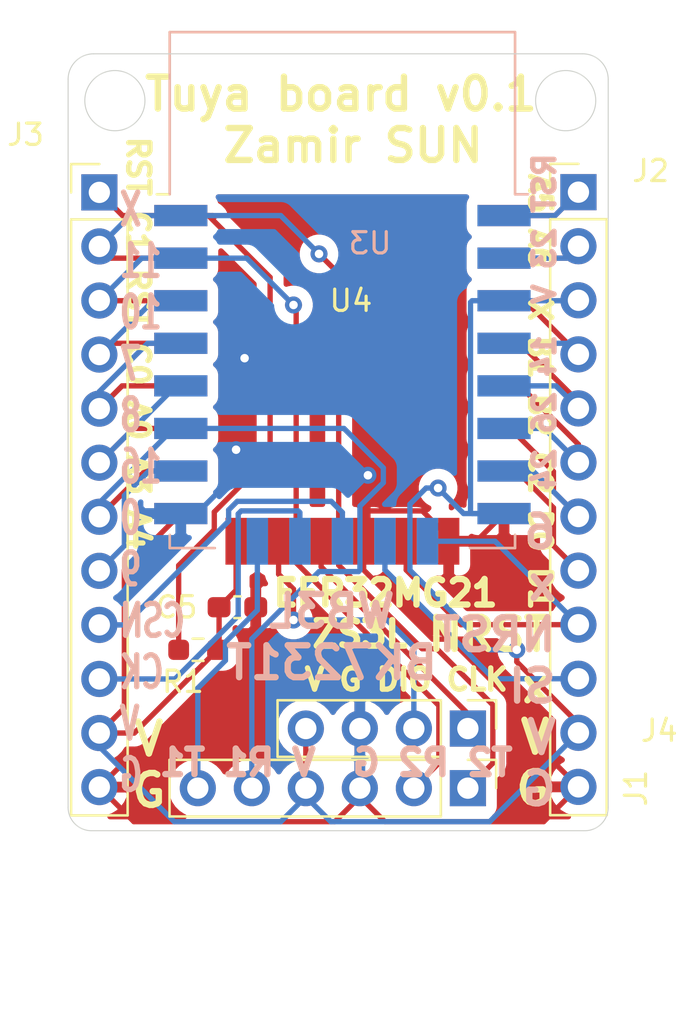
<source format=kicad_pcb>
(kicad_pcb (version 20171130) (host pcbnew 5.1.10-6.fc34)

  (general
    (thickness 1.6)
    (drawings 22)
    (tracks 212)
    (zones 0)
    (modules 8)
    (nets 25)
  )

  (page A4)
  (layers
    (0 F.Cu signal)
    (31 B.Cu signal)
    (32 B.Adhes user)
    (33 F.Adhes user)
    (34 B.Paste user)
    (35 F.Paste user)
    (36 B.SilkS user)
    (37 F.SilkS user)
    (38 B.Mask user)
    (39 F.Mask user)
    (40 Dwgs.User user)
    (41 Cmts.User user)
    (42 Eco1.User user)
    (43 Eco2.User user)
    (44 Edge.Cuts user)
    (45 Margin user)
    (46 B.CrtYd user)
    (47 F.CrtYd user)
    (48 B.Fab user)
    (49 F.Fab user)
  )

  (setup
    (last_trace_width 0.25)
    (user_trace_width 0.254)
    (user_trace_width 0.508)
    (trace_clearance 0.2)
    (zone_clearance 0.508)
    (zone_45_only no)
    (trace_min 0.25)
    (via_size 0.8)
    (via_drill 0.4)
    (via_min_size 0.4)
    (via_min_drill 0.3)
    (uvia_size 0.3)
    (uvia_drill 0.1)
    (uvias_allowed no)
    (uvia_min_size 0.2)
    (uvia_min_drill 0.1)
    (edge_width 0.05)
    (segment_width 0.2)
    (pcb_text_width 0.3)
    (pcb_text_size 1.5 1.5)
    (mod_edge_width 0.12)
    (mod_text_size 1 1)
    (mod_text_width 0.15)
    (pad_size 1.524 1.524)
    (pad_drill 0.762)
    (pad_to_mask_clearance 0)
    (aux_axis_origin 0 0)
    (visible_elements FFFFFF7F)
    (pcbplotparams
      (layerselection 0x010fc_ffffffff)
      (usegerberextensions false)
      (usegerberattributes true)
      (usegerberadvancedattributes true)
      (creategerberjobfile true)
      (excludeedgelayer true)
      (linewidth 0.100000)
      (plotframeref false)
      (viasonmask false)
      (mode 1)
      (useauxorigin false)
      (hpglpennumber 1)
      (hpglpenspeed 20)
      (hpglpendiameter 15.000000)
      (psnegative false)
      (psa4output false)
      (plotreference true)
      (plotvalue true)
      (plotinvisibletext false)
      (padsonsilk false)
      (subtractmaskfromsilk false)
      (outputformat 1)
      (mirror false)
      (drillshape 0)
      (scaleselection 1)
      (outputdirectory "gerber/"))
  )

  (net 0 "")
  (net 1 GND)
  (net 2 3V3_MCU)
  (net 3 CLK)
  (net 4 DIO)
  (net 5 WB3L_P10_Rx)
  (net 6 WB3L_P11_Tx)
  (net 7 WB3L_P22_SI)
  (net 8 ZS3L_PD01)
  (net 9 WB3L_P6)
  (net 10 WB3L_P24)
  (net 11 WB3L_P26)
  (net 12 WB3L_P14)
  (net 13 WB3L_P23)
  (net 14 WB3L_RST)
  (net 15 WB3L_P20_SCK)
  (net 16 WB3L_P21_CSN)
  (net 17 WB3L_P9)
  (net 18 WB3L_P16)
  (net 19 WB3L_P8)
  (net 20 WB3L_P7)
  (net 21 ZS3L_RST)
  (net 22 NRST)
  (net 23 WB3L_P0_Tx2)
  (net 24 WB3L_P1_Rx2)

  (net_class Default "This is the default net class."
    (clearance 0.2)
    (trace_width 0.25)
    (via_dia 0.8)
    (via_drill 0.4)
    (uvia_dia 0.3)
    (uvia_drill 0.1)
    (add_net 3V3_MCU)
    (add_net CLK)
    (add_net DIO)
    (add_net GND)
    (add_net NRST)
    (add_net WB3L_P0_Tx2)
    (add_net WB3L_P10_Rx)
    (add_net WB3L_P11_Tx)
    (add_net WB3L_P14)
    (add_net WB3L_P16)
    (add_net WB3L_P1_Rx2)
    (add_net WB3L_P20_SCK)
    (add_net WB3L_P21_CSN)
    (add_net WB3L_P22_SI)
    (add_net WB3L_P23)
    (add_net WB3L_P24)
    (add_net WB3L_P26)
    (add_net WB3L_P6)
    (add_net WB3L_P7)
    (add_net WB3L_P8)
    (add_net WB3L_P9)
    (add_net WB3L_RST)
    (add_net ZS3L_PD01)
    (add_net ZS3L_RST)
  )

  (module Connector_PinHeader_2.54mm:PinHeader_1x04_P2.54mm_Vertical (layer F.Cu) (tedit 59FED5CC) (tstamp 61A6B7B5)
    (at 107 73.9 270)
    (descr "Through hole straight pin header, 1x04, 2.54mm pitch, single row")
    (tags "Through hole pin header THT 1x04 2.54mm single row")
    (path /61B610EB)
    (fp_text reference J4 (at 0.1 -9 180) (layer F.SilkS)
      (effects (font (size 1 1) (thickness 0.15)))
    )
    (fp_text value Conn_01x04_Female (at 0 9.95 90) (layer F.Fab)
      (effects (font (size 1 1) (thickness 0.15)))
    )
    (fp_text user %R (at 0 3.81) (layer F.Fab)
      (effects (font (size 1 1) (thickness 0.15)))
    )
    (fp_line (start -0.635 -1.27) (end 1.27 -1.27) (layer F.Fab) (width 0.1))
    (fp_line (start 1.27 -1.27) (end 1.27 8.89) (layer F.Fab) (width 0.1))
    (fp_line (start 1.27 8.89) (end -1.27 8.89) (layer F.Fab) (width 0.1))
    (fp_line (start -1.27 8.89) (end -1.27 -0.635) (layer F.Fab) (width 0.1))
    (fp_line (start -1.27 -0.635) (end -0.635 -1.27) (layer F.Fab) (width 0.1))
    (fp_line (start -1.33 8.95) (end 1.33 8.95) (layer F.SilkS) (width 0.12))
    (fp_line (start -1.33 1.27) (end -1.33 8.95) (layer F.SilkS) (width 0.12))
    (fp_line (start 1.33 1.27) (end 1.33 8.95) (layer F.SilkS) (width 0.12))
    (fp_line (start -1.33 1.27) (end 1.33 1.27) (layer F.SilkS) (width 0.12))
    (fp_line (start -1.33 0) (end -1.33 -1.33) (layer F.SilkS) (width 0.12))
    (fp_line (start -1.33 -1.33) (end 0 -1.33) (layer F.SilkS) (width 0.12))
    (fp_line (start -1.8 -1.8) (end -1.8 9.4) (layer F.CrtYd) (width 0.05))
    (fp_line (start -1.8 9.4) (end 1.8 9.4) (layer F.CrtYd) (width 0.05))
    (fp_line (start 1.8 9.4) (end 1.8 -1.8) (layer F.CrtYd) (width 0.05))
    (fp_line (start 1.8 -1.8) (end -1.8 -1.8) (layer F.CrtYd) (width 0.05))
    (pad 4 thru_hole oval (at 0 7.62 270) (size 1.7 1.7) (drill 1) (layers *.Cu *.Mask)
      (net 2 3V3_MCU))
    (pad 3 thru_hole oval (at 0 5.08 270) (size 1.7 1.7) (drill 1) (layers *.Cu *.Mask)
      (net 1 GND))
    (pad 2 thru_hole oval (at 0 2.54 270) (size 1.7 1.7) (drill 1) (layers *.Cu *.Mask)
      (net 4 DIO))
    (pad 1 thru_hole rect (at 0 0 270) (size 1.7 1.7) (drill 1) (layers *.Cu *.Mask)
      (net 3 CLK))
    (model ${KISYS3DMOD}/Connector_PinHeader_2.54mm.3dshapes/PinHeader_1x04_P2.54mm_Vertical.wrl
      (at (xyz 0 0 0))
      (scale (xyz 1 1 1))
      (rotate (xyz 0 0 0))
    )
  )

  (module zsun-symbols:ZS3L (layer F.Cu) (tedit 61A57B50) (tstamp 61A68F93)
    (at 101.1 53.3)
    (descr "Tuya 802.15.4 Zigbee ZS3L module")
    (tags "Zigbee Tuya ZS3L")
    (path /61A5A91F)
    (attr smd)
    (fp_text reference U4 (at 0.4 0.5) (layer F.SilkS)
      (effects (font (size 1 1) (thickness 0.15)))
    )
    (fp_text value ZS3L (at -0.06 -12.78) (layer F.Fab)
      (effects (font (size 1 1) (thickness 0.15)))
    )
    (fp_text user %R (at 0.49 -0.8) (layer F.Fab)
      (effects (font (size 1 1) (thickness 0.15)))
    )
    (fp_text user "KEEP-OUT ZONE" (at 0.03 -9.55 180) (layer Cmts.User)
      (effects (font (size 1 1) (thickness 0.15)))
    )
    (fp_text user Antenna (at -0.06 -7 180) (layer Cmts.User)
      (effects (font (size 1 1) (thickness 0.15)))
    )
    (fp_line (start 5.56 -4.8) (end 8.12 -7.36) (layer Dwgs.User) (width 0.12))
    (fp_line (start 2.56 -4.8) (end 8.12 -10.36) (layer Dwgs.User) (width 0.12))
    (fp_line (start -0.44 -4.8) (end 6.88 -12.12) (layer Dwgs.User) (width 0.12))
    (fp_line (start -3.44 -4.8) (end 3.88 -12.12) (layer Dwgs.User) (width 0.12))
    (fp_line (start -6.44 -4.8) (end 0.88 -12.12) (layer Dwgs.User) (width 0.12))
    (fp_line (start -8.12 -6.12) (end -2.12 -12.12) (layer Dwgs.User) (width 0.12))
    (fp_line (start -8.12 -9.12) (end -5.12 -12.12) (layer Dwgs.User) (width 0.12))
    (fp_line (start -8.12 -4.8) (end -8.12 -12.12) (layer Dwgs.User) (width 0.12))
    (fp_line (start 8.12 -4.8) (end -8.12 -4.8) (layer Dwgs.User) (width 0.12))
    (fp_line (start 8.12 -12.12) (end 8.12 -4.8) (layer Dwgs.User) (width 0.12))
    (fp_line (start -8.12 -12.12) (end 8.12 -12.12) (layer Dwgs.User) (width 0.12))
    (fp_line (start -8.12 -4.5) (end -8.73 -4.5) (layer F.SilkS) (width 0.12))
    (fp_line (start -8.12 -4.5) (end -8.12 -12.12) (layer F.SilkS) (width 0.12))
    (fp_line (start -8.12 12.12) (end -8.12 11.5) (layer F.SilkS) (width 0.12))
    (fp_line (start -6 12.12) (end -8.12 12.12) (layer F.SilkS) (width 0.12))
    (fp_line (start 8.12 12.12) (end 6 12.12) (layer F.SilkS) (width 0.12))
    (fp_line (start 8.12 11.5) (end 8.12 12.12) (layer F.SilkS) (width 0.12))
    (fp_line (start 8.12 -12.12) (end 8.12 -4.5) (layer F.SilkS) (width 0.12))
    (fp_line (start -8.12 -12.12) (end 8.12 -12.12) (layer F.SilkS) (width 0.12))
    (fp_line (start -9.05 13.1) (end -9.05 -12.2) (layer F.CrtYd) (width 0.05))
    (fp_line (start 9.05 13.1) (end -9.05 13.1) (layer F.CrtYd) (width 0.05))
    (fp_line (start 9.05 -12.2) (end 9.05 13.1) (layer F.CrtYd) (width 0.05))
    (fp_line (start -9.05 -12.2) (end 9.05 -12.2) (layer F.CrtYd) (width 0.05))
    (fp_line (start -8 -4) (end -8 -12) (layer F.Fab) (width 0.12))
    (fp_line (start -7.5 -3.5) (end -8 -4) (layer F.Fab) (width 0.12))
    (fp_line (start -8 -3) (end -7.5 -3.5) (layer F.Fab) (width 0.12))
    (fp_line (start -8 12) (end -8 -3) (layer F.Fab) (width 0.12))
    (fp_line (start 8 12) (end -8 12) (layer F.Fab) (width 0.12))
    (fp_line (start 8 -12) (end 8 12) (layer F.Fab) (width 0.12))
    (fp_line (start -8 -12) (end 8 -12) (layer F.Fab) (width 0.12))
    (pad 16 smd rect (at 7.6 -3.5) (size 2.5 1) (layers F.Cu F.Paste F.Mask)
      (net 14 WB3L_RST))
    (pad 15 smd rect (at 7.6 -1.5) (size 2.5 1) (layers F.Cu F.Paste F.Mask)
      (net 13 WB3L_P23))
    (pad 14 smd rect (at 7.6 0.5) (size 2.5 1) (layers F.Cu F.Paste F.Mask)
      (net 12 WB3L_P14))
    (pad 13 smd rect (at 7.6 2.5) (size 2.5 1) (layers F.Cu F.Paste F.Mask)
      (net 11 WB3L_P26))
    (pad 12 smd rect (at 7.6 4.5) (size 2.5 1) (layers F.Cu F.Paste F.Mask)
      (net 10 WB3L_P24))
    (pad 11 smd rect (at 7.6 6.5) (size 2.5 1) (layers F.Cu F.Paste F.Mask)
      (net 9 WB3L_P6))
    (pad 10 smd rect (at 7.6 8.5) (size 2.5 1) (layers F.Cu F.Paste F.Mask)
      (net 8 ZS3L_PD01))
    (pad 9 smd rect (at 7.6 10.5) (size 2.5 1) (layers F.Cu F.Paste F.Mask)
      (net 1 GND))
    (pad 22 smd rect (at 5 11.8) (size 1 2.2) (layers F.Cu F.Paste F.Mask)
      (net 1 GND))
    (pad 21 smd rect (at 3 11.8) (size 1 2.2) (layers F.Cu F.Paste F.Mask)
      (net 22 NRST))
    (pad 20 smd rect (at 1 11.8) (size 1 2.2) (layers F.Cu F.Paste F.Mask)
      (net 1 GND))
    (pad 19 smd rect (at -1 11.8) (size 1 2.2) (layers F.Cu F.Paste F.Mask)
      (net 3 CLK))
    (pad 18 smd rect (at -3 11.8) (size 1 2.2) (layers F.Cu F.Paste F.Mask)
      (net 4 DIO))
    (pad 17 smd rect (at -5 11.8) (size 1 2.2) (layers F.Cu F.Paste F.Mask)
      (net 2 3V3_MCU))
    (pad 8 smd rect (at -7.6 10.5) (size 2.5 1) (layers F.Cu F.Paste F.Mask)
      (net 2 3V3_MCU))
    (pad 7 smd rect (at -7.6 8.5) (size 2.5 1) (layers F.Cu F.Paste F.Mask)
      (net 23 WB3L_P0_Tx2))
    (pad 6 smd rect (at -7.6 6.5) (size 2.5 1) (layers F.Cu F.Paste F.Mask)
      (net 18 WB3L_P16))
    (pad 5 smd rect (at -7.6 4.5) (size 2.5 1) (layers F.Cu F.Paste F.Mask)
      (net 19 WB3L_P8))
    (pad 4 smd rect (at -7.6 2.5) (size 2.5 1) (layers F.Cu F.Paste F.Mask)
      (net 20 WB3L_P7))
    (pad 3 smd rect (at -7.6 0.5) (size 2.5 1) (layers F.Cu F.Paste F.Mask)
      (net 5 WB3L_P10_Rx))
    (pad 2 smd rect (at -7.6 -1.5) (size 2.5 1) (layers F.Cu F.Paste F.Mask)
      (net 6 WB3L_P11_Tx))
    (pad 1 smd rect (at -7.6 -3.5) (size 2.5 1) (layers F.Cu F.Paste F.Mask)
      (net 21 ZS3L_RST))
    (model ${KISYS3DMOD}/RF_Module.3dshapes/ESP-12E.wrl
      (at (xyz 0 0 0))
      (scale (xyz 1 1 1))
      (rotate (xyz 0 0 0))
    )
  )

  (module zsun-symbols:WB3L (layer B.Cu) (tedit 61A583B9) (tstamp 61A68F58)
    (at 101.1 53.3 180)
    (descr "Tuya 802.15.4 Zigbee ZS3L module")
    (tags "Zigbee Tuya ZS3L")
    (path /61A7D9FC)
    (attr smd)
    (fp_text reference U3 (at -1.3 2.2) (layer B.SilkS)
      (effects (font (size 1 1) (thickness 0.15)) (justify mirror))
    )
    (fp_text value WB3L (at -0.06 12.78) (layer B.Fab)
      (effects (font (size 1 1) (thickness 0.15)) (justify mirror))
    )
    (fp_text user %R (at 0.49 0.8) (layer B.Fab)
      (effects (font (size 1 1) (thickness 0.15)) (justify mirror))
    )
    (fp_text user "KEEP-OUT ZONE" (at 0.03 9.55 180) (layer Cmts.User)
      (effects (font (size 1 1) (thickness 0.15)))
    )
    (fp_text user Antenna (at -0.06 7 180) (layer Cmts.User)
      (effects (font (size 1 1) (thickness 0.15)))
    )
    (fp_line (start 5.56 4.8) (end 8.12 7.36) (layer Dwgs.User) (width 0.12))
    (fp_line (start 2.56 4.8) (end 8.12 10.36) (layer Dwgs.User) (width 0.12))
    (fp_line (start -0.44 4.8) (end 6.88 12.12) (layer Dwgs.User) (width 0.12))
    (fp_line (start -3.44 4.8) (end 3.88 12.12) (layer Dwgs.User) (width 0.12))
    (fp_line (start -6.44 4.8) (end 0.88 12.12) (layer Dwgs.User) (width 0.12))
    (fp_line (start -8.12 6.12) (end -2.12 12.12) (layer Dwgs.User) (width 0.12))
    (fp_line (start -8.12 9.12) (end -5.12 12.12) (layer Dwgs.User) (width 0.12))
    (fp_line (start -8.12 4.8) (end -8.12 12.12) (layer Dwgs.User) (width 0.12))
    (fp_line (start 8.12 4.8) (end -8.12 4.8) (layer Dwgs.User) (width 0.12))
    (fp_line (start 8.12 12.12) (end 8.12 4.8) (layer Dwgs.User) (width 0.12))
    (fp_line (start -8.12 12.12) (end 8.12 12.12) (layer Dwgs.User) (width 0.12))
    (fp_line (start -8.12 4.5) (end -8.73 4.5) (layer B.SilkS) (width 0.12))
    (fp_line (start -8.12 4.5) (end -8.12 12.12) (layer B.SilkS) (width 0.12))
    (fp_line (start -8.12 -12.12) (end -8.12 -11.5) (layer B.SilkS) (width 0.12))
    (fp_line (start -6 -12.12) (end -8.12 -12.12) (layer B.SilkS) (width 0.12))
    (fp_line (start 8.12 -12.12) (end 6 -12.12) (layer B.SilkS) (width 0.12))
    (fp_line (start 8.12 -11.5) (end 8.12 -12.12) (layer B.SilkS) (width 0.12))
    (fp_line (start 8.12 12.12) (end 8.12 4.5) (layer B.SilkS) (width 0.12))
    (fp_line (start -8.12 12.12) (end 8.12 12.12) (layer B.SilkS) (width 0.12))
    (fp_line (start -9.05 -13.1) (end -9.05 12.2) (layer B.CrtYd) (width 0.05))
    (fp_line (start 9.05 -13.1) (end -9.05 -13.1) (layer B.CrtYd) (width 0.05))
    (fp_line (start 9.05 12.2) (end 9.05 -13.1) (layer B.CrtYd) (width 0.05))
    (fp_line (start -9.05 12.2) (end 9.05 12.2) (layer B.CrtYd) (width 0.05))
    (fp_line (start -8 4) (end -8 12) (layer B.Fab) (width 0.12))
    (fp_line (start -7.5 3.5) (end -8 4) (layer B.Fab) (width 0.12))
    (fp_line (start -8 3) (end -7.5 3.5) (layer B.Fab) (width 0.12))
    (fp_line (start -8 -12) (end -8 3) (layer B.Fab) (width 0.12))
    (fp_line (start 8 -12) (end -8 -12) (layer B.Fab) (width 0.12))
    (fp_line (start 8 12) (end 8 -12) (layer B.Fab) (width 0.12))
    (fp_line (start -8 12) (end 8 12) (layer B.Fab) (width 0.12))
    (pad 16 smd rect (at 7.6 3.5 180) (size 2.5 1) (layers B.Cu B.Paste B.Mask)
      (net 6 WB3L_P11_Tx))
    (pad 15 smd rect (at 7.6 1.5 180) (size 2.5 1) (layers B.Cu B.Paste B.Mask)
      (net 5 WB3L_P10_Rx))
    (pad 14 smd rect (at 7.6 -0.5 180) (size 2.5 1) (layers B.Cu B.Paste B.Mask)
      (net 20 WB3L_P7))
    (pad 13 smd rect (at 7.6 -2.5 180) (size 2.5 1) (layers B.Cu B.Paste B.Mask)
      (net 19 WB3L_P8))
    (pad 12 smd rect (at 7.6 -4.5 180) (size 2.5 1) (layers B.Cu B.Paste B.Mask)
      (net 18 WB3L_P16))
    (pad 11 smd rect (at 7.6 -6.5 180) (size 2.5 1) (layers B.Cu B.Paste B.Mask)
      (net 23 WB3L_P0_Tx2))
    (pad 10 smd rect (at 7.6 -8.5 180) (size 2.5 1) (layers B.Cu B.Paste B.Mask)
      (net 17 WB3L_P9))
    (pad 9 smd rect (at 7.6 -10.5 180) (size 2.5 1) (layers B.Cu B.Paste B.Mask)
      (net 1 GND))
    (pad 21 smd rect (at 4 -11.8 180) (size 1 2.2) (layers B.Cu B.Paste B.Mask)
      (net 24 WB3L_P1_Rx2))
    (pad 20 smd rect (at 2 -11.8 180) (size 1 2.2) (layers B.Cu B.Paste B.Mask)
      (net 15 WB3L_P20_SCK))
    (pad 19 smd rect (at 0 -11.8 180) (size 1 2.2) (layers B.Cu B.Paste B.Mask)
      (net 16 WB3L_P21_CSN))
    (pad 18 smd rect (at -2 -11.8 180) (size 1 2.2) (layers B.Cu B.Paste B.Mask)
      (net 7 WB3L_P22_SI))
    (pad 17 smd rect (at -4 -11.8 180) (size 1 2.2) (layers B.Cu B.Paste B.Mask)
      (net 22 NRST))
    (pad 8 smd rect (at -7.6 -10.5 180) (size 2.5 1) (layers B.Cu B.Paste B.Mask)
      (net 2 3V3_MCU))
    (pad 7 smd rect (at -7.6 -8.5 180) (size 2.5 1) (layers B.Cu B.Paste B.Mask)
      (net 9 WB3L_P6))
    (pad 6 smd rect (at -7.6 -6.5 180) (size 2.5 1) (layers B.Cu B.Paste B.Mask)
      (net 10 WB3L_P24))
    (pad 5 smd rect (at -7.6 -4.5 180) (size 2.5 1) (layers B.Cu B.Paste B.Mask)
      (net 11 WB3L_P26))
    (pad 4 smd rect (at -7.6 -2.5 180) (size 2.5 1) (layers B.Cu B.Paste B.Mask)
      (net 12 WB3L_P14))
    (pad 3 smd rect (at -7.6 -0.5 180) (size 2.5 1) (layers B.Cu B.Paste B.Mask)
      (net 2 3V3_MCU))
    (pad 2 smd rect (at -7.6 1.5 180) (size 2.5 1) (layers B.Cu B.Paste B.Mask)
      (net 13 WB3L_P23))
    (pad 1 smd rect (at -7.6 3.5 180) (size 2.5 1) (layers B.Cu B.Paste B.Mask)
      (net 14 WB3L_RST))
    (model ${KISYS3DMOD}/RF_Module.3dshapes/ESP-12E.wrl
      (at (xyz 0 0 0))
      (scale (xyz 1 1 1))
      (rotate (xyz 0 0 0))
    )
  )

  (module Resistor_SMD:R_0603_1608Metric_Pad0.98x0.95mm_HandSolder (layer F.Cu) (tedit 5F68FEEE) (tstamp 61A68E8A)
    (at 94.3125 70.2)
    (descr "Resistor SMD 0603 (1608 Metric), square (rectangular) end terminal, IPC_7351 nominal with elongated pad for handsoldering. (Body size source: IPC-SM-782 page 72, https://www.pcb-3d.com/wordpress/wp-content/uploads/ipc-sm-782a_amendment_1_and_2.pdf), generated with kicad-footprint-generator")
    (tags "resistor handsolder")
    (path /61A70031)
    (attr smd)
    (fp_text reference R1 (at -0.7125 1.5) (layer F.SilkS)
      (effects (font (size 1 1) (thickness 0.15)))
    )
    (fp_text value 10k (at 0 1.43) (layer F.Fab)
      (effects (font (size 1 1) (thickness 0.15)))
    )
    (fp_text user %R (at 0 0) (layer F.Fab)
      (effects (font (size 0.4 0.4) (thickness 0.06)))
    )
    (fp_line (start -0.8 0.4125) (end -0.8 -0.4125) (layer F.Fab) (width 0.1))
    (fp_line (start -0.8 -0.4125) (end 0.8 -0.4125) (layer F.Fab) (width 0.1))
    (fp_line (start 0.8 -0.4125) (end 0.8 0.4125) (layer F.Fab) (width 0.1))
    (fp_line (start 0.8 0.4125) (end -0.8 0.4125) (layer F.Fab) (width 0.1))
    (fp_line (start -0.254724 -0.5225) (end 0.254724 -0.5225) (layer F.SilkS) (width 0.12))
    (fp_line (start -0.254724 0.5225) (end 0.254724 0.5225) (layer F.SilkS) (width 0.12))
    (fp_line (start -1.65 0.73) (end -1.65 -0.73) (layer F.CrtYd) (width 0.05))
    (fp_line (start -1.65 -0.73) (end 1.65 -0.73) (layer F.CrtYd) (width 0.05))
    (fp_line (start 1.65 -0.73) (end 1.65 0.73) (layer F.CrtYd) (width 0.05))
    (fp_line (start 1.65 0.73) (end -1.65 0.73) (layer F.CrtYd) (width 0.05))
    (pad 2 smd roundrect (at 0.9125 0) (size 0.975 0.95) (layers F.Cu F.Paste F.Mask) (roundrect_rratio 0.25)
      (net 2 3V3_MCU))
    (pad 1 smd roundrect (at -0.9125 0) (size 0.975 0.95) (layers F.Cu F.Paste F.Mask) (roundrect_rratio 0.25)
      (net 21 ZS3L_RST))
    (model ${KISYS3DMOD}/Resistor_SMD.3dshapes/R_0603_1608Metric.wrl
      (at (xyz 0 0 0))
      (scale (xyz 1 1 1))
      (rotate (xyz 0 0 0))
    )
  )

  (module Connector_PinHeader_2.54mm:PinHeader_1x12_P2.54mm_Vertical (layer F.Cu) (tedit 59FED5CC) (tstamp 61A68E79)
    (at 89.67 48.71)
    (descr "Through hole straight pin header, 1x12, 2.54mm pitch, single row")
    (tags "Through hole pin header THT 1x12 2.54mm single row")
    (path /61AA7944)
    (fp_text reference J3 (at -3.47 -2.71) (layer F.SilkS)
      (effects (font (size 1 1) (thickness 0.15)))
    )
    (fp_text value Conn_01x12 (at 0 30.27) (layer F.Fab)
      (effects (font (size 1 1) (thickness 0.15)))
    )
    (fp_text user %R (at 0 13.97 90) (layer F.Fab)
      (effects (font (size 1 1) (thickness 0.15)))
    )
    (fp_line (start -0.635 -1.27) (end 1.27 -1.27) (layer F.Fab) (width 0.1))
    (fp_line (start 1.27 -1.27) (end 1.27 29.21) (layer F.Fab) (width 0.1))
    (fp_line (start 1.27 29.21) (end -1.27 29.21) (layer F.Fab) (width 0.1))
    (fp_line (start -1.27 29.21) (end -1.27 -0.635) (layer F.Fab) (width 0.1))
    (fp_line (start -1.27 -0.635) (end -0.635 -1.27) (layer F.Fab) (width 0.1))
    (fp_line (start -1.33 29.27) (end 1.33 29.27) (layer F.SilkS) (width 0.12))
    (fp_line (start -1.33 1.27) (end -1.33 29.27) (layer F.SilkS) (width 0.12))
    (fp_line (start 1.33 1.27) (end 1.33 29.27) (layer F.SilkS) (width 0.12))
    (fp_line (start -1.33 1.27) (end 1.33 1.27) (layer F.SilkS) (width 0.12))
    (fp_line (start -1.33 0) (end -1.33 -1.33) (layer F.SilkS) (width 0.12))
    (fp_line (start -1.33 -1.33) (end 0 -1.33) (layer F.SilkS) (width 0.12))
    (fp_line (start -1.8 -1.8) (end -1.8 29.75) (layer F.CrtYd) (width 0.05))
    (fp_line (start -1.8 29.75) (end 1.8 29.75) (layer F.CrtYd) (width 0.05))
    (fp_line (start 1.8 29.75) (end 1.8 -1.8) (layer F.CrtYd) (width 0.05))
    (fp_line (start 1.8 -1.8) (end -1.8 -1.8) (layer F.CrtYd) (width 0.05))
    (pad 12 thru_hole oval (at 0 27.94) (size 1.7 1.7) (drill 1) (layers *.Cu *.Mask)
      (net 1 GND))
    (pad 11 thru_hole oval (at 0 25.4) (size 1.7 1.7) (drill 1) (layers *.Cu *.Mask)
      (net 2 3V3_MCU))
    (pad 10 thru_hole oval (at 0 22.86) (size 1.7 1.7) (drill 1) (layers *.Cu *.Mask)
      (net 15 WB3L_P20_SCK))
    (pad 9 thru_hole oval (at 0 20.32) (size 1.7 1.7) (drill 1) (layers *.Cu *.Mask)
      (net 16 WB3L_P21_CSN))
    (pad 8 thru_hole oval (at 0 17.78) (size 1.7 1.7) (drill 1) (layers *.Cu *.Mask)
      (net 17 WB3L_P9))
    (pad 7 thru_hole oval (at 0 15.24) (size 1.7 1.7) (drill 1) (layers *.Cu *.Mask)
      (net 23 WB3L_P0_Tx2))
    (pad 6 thru_hole oval (at 0 12.7) (size 1.7 1.7) (drill 1) (layers *.Cu *.Mask)
      (net 18 WB3L_P16))
    (pad 5 thru_hole oval (at 0 10.16) (size 1.7 1.7) (drill 1) (layers *.Cu *.Mask)
      (net 19 WB3L_P8))
    (pad 4 thru_hole oval (at 0 7.62) (size 1.7 1.7) (drill 1) (layers *.Cu *.Mask)
      (net 20 WB3L_P7))
    (pad 3 thru_hole oval (at 0 5.08) (size 1.7 1.7) (drill 1) (layers *.Cu *.Mask)
      (net 5 WB3L_P10_Rx))
    (pad 2 thru_hole oval (at 0 2.54) (size 1.7 1.7) (drill 1) (layers *.Cu *.Mask)
      (net 6 WB3L_P11_Tx))
    (pad 1 thru_hole rect (at 0 0) (size 1.7 1.7) (drill 1) (layers *.Cu *.Mask)
      (net 21 ZS3L_RST))
    (model ${KISYS3DMOD}/Connector_PinHeader_2.54mm.3dshapes/PinHeader_1x12_P2.54mm_Vertical.wrl
      (at (xyz 0 0 0))
      (scale (xyz 1 1 1))
      (rotate (xyz 0 0 0))
    )
  )

  (module Connector_PinHeader_2.54mm:PinHeader_1x12_P2.54mm_Vertical (layer F.Cu) (tedit 59FED5CC) (tstamp 61A68E59)
    (at 112.2 48.7)
    (descr "Through hole straight pin header, 1x12, 2.54mm pitch, single row")
    (tags "Through hole pin header THT 1x12 2.54mm single row")
    (path /61AA69C1)
    (fp_text reference J2 (at 3.4 -1) (layer F.SilkS)
      (effects (font (size 1 1) (thickness 0.15)))
    )
    (fp_text value Conn_01x12 (at 0 30.27) (layer F.Fab)
      (effects (font (size 1 1) (thickness 0.15)))
    )
    (fp_text user %R (at 0 13.97 90) (layer F.Fab)
      (effects (font (size 1 1) (thickness 0.15)))
    )
    (fp_line (start -0.635 -1.27) (end 1.27 -1.27) (layer F.Fab) (width 0.1))
    (fp_line (start 1.27 -1.27) (end 1.27 29.21) (layer F.Fab) (width 0.1))
    (fp_line (start 1.27 29.21) (end -1.27 29.21) (layer F.Fab) (width 0.1))
    (fp_line (start -1.27 29.21) (end -1.27 -0.635) (layer F.Fab) (width 0.1))
    (fp_line (start -1.27 -0.635) (end -0.635 -1.27) (layer F.Fab) (width 0.1))
    (fp_line (start -1.33 29.27) (end 1.33 29.27) (layer F.SilkS) (width 0.12))
    (fp_line (start -1.33 1.27) (end -1.33 29.27) (layer F.SilkS) (width 0.12))
    (fp_line (start 1.33 1.27) (end 1.33 29.27) (layer F.SilkS) (width 0.12))
    (fp_line (start -1.33 1.27) (end 1.33 1.27) (layer F.SilkS) (width 0.12))
    (fp_line (start -1.33 0) (end -1.33 -1.33) (layer F.SilkS) (width 0.12))
    (fp_line (start -1.33 -1.33) (end 0 -1.33) (layer F.SilkS) (width 0.12))
    (fp_line (start -1.8 -1.8) (end -1.8 29.75) (layer F.CrtYd) (width 0.05))
    (fp_line (start -1.8 29.75) (end 1.8 29.75) (layer F.CrtYd) (width 0.05))
    (fp_line (start 1.8 29.75) (end 1.8 -1.8) (layer F.CrtYd) (width 0.05))
    (fp_line (start 1.8 -1.8) (end -1.8 -1.8) (layer F.CrtYd) (width 0.05))
    (pad 12 thru_hole oval (at 0 27.94) (size 1.7 1.7) (drill 1) (layers *.Cu *.Mask)
      (net 1 GND))
    (pad 11 thru_hole oval (at 0 25.4) (size 1.7 1.7) (drill 1) (layers *.Cu *.Mask)
      (net 2 3V3_MCU))
    (pad 10 thru_hole oval (at 0 22.86) (size 1.7 1.7) (drill 1) (layers *.Cu *.Mask)
      (net 7 WB3L_P22_SI))
    (pad 9 thru_hole oval (at 0 20.32) (size 1.7 1.7) (drill 1) (layers *.Cu *.Mask)
      (net 22 NRST))
    (pad 8 thru_hole oval (at 0 17.78) (size 1.7 1.7) (drill 1) (layers *.Cu *.Mask)
      (net 8 ZS3L_PD01))
    (pad 7 thru_hole oval (at 0 15.24) (size 1.7 1.7) (drill 1) (layers *.Cu *.Mask)
      (net 9 WB3L_P6))
    (pad 6 thru_hole oval (at 0 12.7) (size 1.7 1.7) (drill 1) (layers *.Cu *.Mask)
      (net 10 WB3L_P24))
    (pad 5 thru_hole oval (at 0 10.16) (size 1.7 1.7) (drill 1) (layers *.Cu *.Mask)
      (net 11 WB3L_P26))
    (pad 4 thru_hole oval (at 0 7.62) (size 1.7 1.7) (drill 1) (layers *.Cu *.Mask)
      (net 12 WB3L_P14))
    (pad 3 thru_hole oval (at 0 5.08) (size 1.7 1.7) (drill 1) (layers *.Cu *.Mask)
      (net 2 3V3_MCU))
    (pad 2 thru_hole oval (at 0 2.54) (size 1.7 1.7) (drill 1) (layers *.Cu *.Mask)
      (net 13 WB3L_P23))
    (pad 1 thru_hole rect (at 0 0) (size 1.7 1.7) (drill 1) (layers *.Cu *.Mask)
      (net 14 WB3L_RST))
    (model ${KISYS3DMOD}/Connector_PinHeader_2.54mm.3dshapes/PinHeader_1x12_P2.54mm_Vertical.wrl
      (at (xyz 0 0 0))
      (scale (xyz 1 1 1))
      (rotate (xyz 0 0 0))
    )
  )

  (module Connector_PinHeader_2.54mm:PinHeader_1x06_P2.54mm_Vertical (layer F.Cu) (tedit 59FED5CC) (tstamp 6083A6C5)
    (at 107 76.7 270)
    (descr "Through hole straight pin header, 1x06, 2.54mm pitch, single row")
    (tags "Through hole pin header THT 1x06 2.54mm single row")
    (path /608A3E9A)
    (fp_text reference J1 (at 0 -7.9 90) (layer F.SilkS)
      (effects (font (size 1 1) (thickness 0.15)))
    )
    (fp_text value Conn_01x06_Male (at -3.8 6.4 180) (layer F.Fab)
      (effects (font (size 1 1) (thickness 0.15)))
    )
    (fp_text user %R (at 0 6.35) (layer F.Fab)
      (effects (font (size 1 1) (thickness 0.15)))
    )
    (fp_line (start -0.635 -1.27) (end 1.27 -1.27) (layer F.Fab) (width 0.1))
    (fp_line (start 1.27 -1.27) (end 1.27 13.97) (layer F.Fab) (width 0.1))
    (fp_line (start 1.27 13.97) (end -1.27 13.97) (layer F.Fab) (width 0.1))
    (fp_line (start -1.27 13.97) (end -1.27 -0.635) (layer F.Fab) (width 0.1))
    (fp_line (start -1.27 -0.635) (end -0.635 -1.27) (layer F.Fab) (width 0.1))
    (fp_line (start -1.33 14.03) (end 1.33 14.03) (layer F.SilkS) (width 0.12))
    (fp_line (start -1.33 1.27) (end -1.33 14.03) (layer F.SilkS) (width 0.12))
    (fp_line (start 1.33 1.27) (end 1.33 14.03) (layer F.SilkS) (width 0.12))
    (fp_line (start -1.33 1.27) (end 1.33 1.27) (layer F.SilkS) (width 0.12))
    (fp_line (start -1.33 0) (end -1.33 -1.33) (layer F.SilkS) (width 0.12))
    (fp_line (start -1.33 -1.33) (end 0 -1.33) (layer F.SilkS) (width 0.12))
    (fp_line (start -1.8 -1.8) (end -1.8 14.5) (layer F.CrtYd) (width 0.05))
    (fp_line (start -1.8 14.5) (end 1.8 14.5) (layer F.CrtYd) (width 0.05))
    (fp_line (start 1.8 14.5) (end 1.8 -1.8) (layer F.CrtYd) (width 0.05))
    (fp_line (start 1.8 -1.8) (end -1.8 -1.8) (layer F.CrtYd) (width 0.05))
    (pad 6 thru_hole oval (at 0 12.7 270) (size 1.7 1.7) (drill 1) (layers *.Cu *.Mask)
      (net 24 WB3L_P1_Rx2))
    (pad 5 thru_hole oval (at 0 10.16 270) (size 1.7 1.7) (drill 1) (layers *.Cu *.Mask)
      (net 23 WB3L_P0_Tx2))
    (pad 4 thru_hole oval (at 0 7.62 270) (size 1.7 1.7) (drill 1) (layers *.Cu *.Mask)
      (net 2 3V3_MCU))
    (pad 3 thru_hole oval (at 0 5.08 270) (size 1.7 1.7) (drill 1) (layers *.Cu *.Mask)
      (net 1 GND))
    (pad 2 thru_hole oval (at 0 2.54 270) (size 1.7 1.7) (drill 1) (layers *.Cu *.Mask)
      (net 5 WB3L_P10_Rx))
    (pad 1 thru_hole rect (at 0 0 270) (size 1.7 1.7) (drill 1) (layers *.Cu *.Mask)
      (net 6 WB3L_P11_Tx))
    (model ${KISYS3DMOD}/Connector_PinHeader_2.54mm.3dshapes/PinHeader_1x06_P2.54mm_Vertical.wrl
      (at (xyz 0 0 0))
      (scale (xyz 1 1 1))
      (rotate (xyz 0 0 0))
    )
  )

  (module Capacitor_SMD:C_0603_1608Metric_Pad1.08x0.95mm_HandSolder (layer F.Cu) (tedit 5F68FEEF) (tstamp 61A68E20)
    (at 96.1625 68.2)
    (descr "Capacitor SMD 0603 (1608 Metric), square (rectangular) end terminal, IPC_7351 nominal with elongated pad for handsoldering. (Body size source: IPC-SM-782 page 76, https://www.pcb-3d.com/wordpress/wp-content/uploads/ipc-sm-782a_amendment_1_and_2.pdf), generated with kicad-footprint-generator")
    (tags "capacitor handsolder")
    (path /61A7A966)
    (attr smd)
    (fp_text reference C5 (at -2.8625 0) (layer F.SilkS)
      (effects (font (size 1 1) (thickness 0.15)))
    )
    (fp_text value C_Small (at 0 1.43) (layer F.Fab)
      (effects (font (size 1 1) (thickness 0.15)))
    )
    (fp_text user %R (at 0 0) (layer F.Fab)
      (effects (font (size 0.4 0.4) (thickness 0.06)))
    )
    (fp_line (start -0.8 0.4) (end -0.8 -0.4) (layer F.Fab) (width 0.1))
    (fp_line (start -0.8 -0.4) (end 0.8 -0.4) (layer F.Fab) (width 0.1))
    (fp_line (start 0.8 -0.4) (end 0.8 0.4) (layer F.Fab) (width 0.1))
    (fp_line (start 0.8 0.4) (end -0.8 0.4) (layer F.Fab) (width 0.1))
    (fp_line (start -0.146267 -0.51) (end 0.146267 -0.51) (layer F.SilkS) (width 0.12))
    (fp_line (start -0.146267 0.51) (end 0.146267 0.51) (layer F.SilkS) (width 0.12))
    (fp_line (start -1.65 0.73) (end -1.65 -0.73) (layer F.CrtYd) (width 0.05))
    (fp_line (start -1.65 -0.73) (end 1.65 -0.73) (layer F.CrtYd) (width 0.05))
    (fp_line (start 1.65 -0.73) (end 1.65 0.73) (layer F.CrtYd) (width 0.05))
    (fp_line (start 1.65 0.73) (end -1.65 0.73) (layer F.CrtYd) (width 0.05))
    (pad 2 smd roundrect (at 0.8625 0) (size 1.075 0.95) (layers F.Cu F.Paste F.Mask) (roundrect_rratio 0.25)
      (net 1 GND))
    (pad 1 smd roundrect (at -0.8625 0) (size 1.075 0.95) (layers F.Cu F.Paste F.Mask) (roundrect_rratio 0.25)
      (net 2 3V3_MCU))
    (model ${KISYS3DMOD}/Capacitor_SMD.3dshapes/C_0603_1608Metric.wrl
      (at (xyz 0 0 0))
      (scale (xyz 1 1 1))
      (rotate (xyz 0 0 0))
    )
  )

  (gr_text "NRST\nx\nV\nG" (at 111 73.1) (layer F.SilkS) (tstamp 61A6E1E1)
    (effects (font (size 1.5 1.5) (thickness 0.3)) (justify right))
  )
  (gr_text "A5 A6  X B1 B2 C2 D0 D1" (at 110.4 47.7 -90) (layer F.SilkS)
    (effects (font (size 1 1) (thickness 0.25)) (justify left))
  )
  (gr_text "V\nG" (at 92 75.6) (layer F.SilkS)
    (effects (font (size 1.5 1.5) (thickness 0.3)))
  )
  (gr_text "RST C1 RST C0 A0 A3 A4" (at 91.5 55.8 270) (layer F.SilkS)
    (effects (font (size 1 1) (thickness 0.25)))
  )
  (gr_text "Tuya board v0.1 \nZamir SUN" (at 101.6 45.3) (layer F.SilkS)
    (effects (font (size 1.5 1.5) (thickness 0.3)))
  )
  (gr_text "RST 23 V  14 26 24" (at 110.6 54.8 90) (layer B.SilkS)
    (effects (font (size 1 1) (thickness 0.25)) (justify mirror))
  )
  (gr_text "6\nx\nNRST\nSI\nV\nG" (at 111.3 70.7) (layer B.SilkS)
    (effects (font (size 1.5 1.5) (thickness 0.3)) (justify left mirror))
  )
  (gr_text "X\n11\n10\n7\n8\n16\n0\n9\nCSN\nCK\nV\nG\n" (at 90.5 62.8) (layer B.SilkS)
    (effects (font (size 1.5 1) (thickness 0.25)) (justify right mirror))
  )
  (gr_text "T2 R2 G  V R1 T1" (at 100.8 75.5) (layer B.SilkS)
    (effects (font (size 1.2 1.2) (thickness 0.3)) (justify mirror))
  )
  (gr_text "WB3L\nBK7231T" (at 100.6 69.6) (layer B.SilkS) (tstamp 61A6A5C1)
    (effects (font (size 1.5 1.5) (thickness 0.3)) (justify mirror))
  )
  (gr_text "EFR32MG21\n  ZS3L" (at 97.7 68.5) (layer F.SilkS)
    (effects (font (size 1.2 1.2) (thickness 0.3)) (justify left))
  )
  (gr_text "V G DIO CLK" (at 104.1 71.6) (layer F.SilkS)
    (effects (font (size 1 1) (thickness 0.25)))
  )
  (gr_circle (center 111.6 44.4) (end 113.014214 44.4) (layer Edge.Cuts) (width 0.05) (tstamp 608172A0))
  (gr_circle (center 90.4 44.4) (end 91.814214 44.4) (layer Edge.Cuts) (width 0.05))
  (gr_arc (start 112.5 77.6) (end 112.5 78.7) (angle -90) (layer Edge.Cuts) (width 0.05) (tstamp 608170CF))
  (gr_arc (start 89.3 77.6) (end 88.2 77.6) (angle -90) (layer Edge.Cuts) (width 0.05))
  (gr_arc (start 112.4 43.4) (end 112.4 42.2) (angle 90) (layer Edge.Cuts) (width 0.05) (tstamp 60816F54))
  (gr_arc (start 89.4 43.4) (end 88.2 43.4) (angle 90) (layer Edge.Cuts) (width 0.05))
  (gr_line (start 113.6 43.4) (end 113.6 77.6) (layer Edge.Cuts) (width 0.05))
  (gr_line (start 89.4 42.2) (end 112.4 42.2) (layer Edge.Cuts) (width 0.05))
  (gr_line (start 88.2 77.6) (end 88.2 43.4) (layer Edge.Cuts) (width 0.05))
  (gr_line (start 112.5 78.7) (end 89.3 78.7) (layer Edge.Cuts) (width 0.05))

  (via (at 102.3 62) (size 0.8) (drill 0.4) (layers F.Cu B.Cu) (net 1))
  (via (at 98.8 68.8) (size 0.8) (drill 0.4) (layers F.Cu B.Cu) (net 4))
  (via (at 105.6 62.6) (size 0.8) (drill 0.4) (layers F.Cu B.Cu) (net 2))
  (segment (start 97.025 71.57051) (end 97.025 68.2) (width 0.25) (layer F.Cu) (net 1))
  (segment (start 93.570521 75.024989) (end 97.025 71.57051) (width 0.25) (layer F.Cu) (net 1))
  (segment (start 91.295011 75.024989) (end 93.570521 75.024989) (width 0.25) (layer F.Cu) (net 1))
  (segment (start 89.67 76.65) (end 91.295011 75.024989) (width 0.25) (layer F.Cu) (net 1))
  (segment (start 106.1 64.914998) (end 106.1 65.1) (width 0.25) (layer F.Cu) (net 1))
  (segment (start 104.860001 63.674999) (end 106.1 64.914998) (width 0.25) (layer F.Cu) (net 1))
  (segment (start 107.4 65.1) (end 108.7 63.8) (width 0.25) (layer F.Cu) (net 1))
  (segment (start 106.1 65.1) (end 107.4 65.1) (width 0.25) (layer F.Cu) (net 1))
  (segment (start 103.095001 78.275001) (end 101.92 77.1) (width 0.25) (layer F.Cu) (net 1))
  (segment (start 110.564999 78.275001) (end 103.095001 78.275001) (width 0.25) (layer F.Cu) (net 1))
  (segment (start 112.2 76.64) (end 110.564999 78.275001) (width 0.25) (layer F.Cu) (net 1))
  (segment (start 91.295001 78.275001) (end 89.67 76.65) (width 0.25) (layer F.Cu) (net 1))
  (segment (start 100.744999 78.275001) (end 91.295001 78.275001) (width 0.25) (layer F.Cu) (net 1))
  (segment (start 101.92 77.1) (end 100.744999 78.275001) (width 0.25) (layer F.Cu) (net 1))
  (segment (start 90.845001 66.454999) (end 93.5 63.8) (width 0.25) (layer F.Cu) (net 2))
  (segment (start 90.845001 72.934999) (end 90.845001 66.454999) (width 0.25) (layer F.Cu) (net 2))
  (segment (start 89.67 74.11) (end 90.845001 72.934999) (width 0.25) (layer F.Cu) (net 2))
  (segment (start 112.18 53.8) (end 112.2 53.78) (width 0.25) (layer B.Cu) (net 2))
  (segment (start 108.7 53.8) (end 112.18 53.8) (width 0.25) (layer B.Cu) (net 2))
  (segment (start 107.2 53.8) (end 108.7 53.8) (width 0.25) (layer B.Cu) (net 2))
  (segment (start 107.124999 53.875001) (end 107.2 53.8) (width 0.25) (layer B.Cu) (net 2))
  (segment (start 107.124999 63.724999) (end 107.124999 53.875001) (width 0.25) (layer B.Cu) (net 2))
  (segment (start 107.2 63.8) (end 107.124999 63.724999) (width 0.25) (layer B.Cu) (net 2))
  (segment (start 108.7 63.8) (end 107.2 63.8) (width 0.25) (layer B.Cu) (net 2))
  (segment (start 93.189999 78.275001) (end 98.204999 78.275001) (width 0.25) (layer B.Cu) (net 2))
  (segment (start 98.204999 78.275001) (end 99.38 77.1) (width 0.25) (layer B.Cu) (net 2))
  (segment (start 89.67 74.755002) (end 93.189999 78.275001) (width 0.25) (layer B.Cu) (net 2))
  (segment (start 89.67 74.11) (end 89.67 74.755002) (width 0.25) (layer B.Cu) (net 2))
  (segment (start 108.024999 78.275001) (end 112.2 74.1) (width 0.25) (layer B.Cu) (net 2))
  (segment (start 100.555001 78.275001) (end 108.024999 78.275001) (width 0.25) (layer B.Cu) (net 2))
  (segment (start 99.38 77.1) (end 100.555001 78.275001) (width 0.25) (layer B.Cu) (net 2))
  (segment (start 106.8 63.8) (end 105.6 62.6) (width 0.25) (layer B.Cu) (net 2))
  (segment (start 108.7 63.8) (end 106.8 63.8) (width 0.25) (layer B.Cu) (net 2))
  (segment (start 96.1 65.1) (end 96.1 64.278588) (width 0.25) (layer F.Cu) (net 2))
  (segment (start 96.1 67.4) (end 95.3 68.2) (width 0.25) (layer F.Cu) (net 2))
  (segment (start 96.1 65.1) (end 96.1 67.4) (width 0.25) (layer F.Cu) (net 2))
  (segment (start 95.3 70.125) (end 95.225 70.2) (width 0.25) (layer F.Cu) (net 2))
  (segment (start 95.3 68.2) (end 95.3 70.125) (width 0.25) (layer F.Cu) (net 2))
  (segment (start 91.315 74.11) (end 89.67 74.11) (width 0.25) (layer F.Cu) (net 2))
  (segment (start 95.225 70.2) (end 91.315 74.11) (width 0.25) (layer F.Cu) (net 2))
  (segment (start 91.82 61.8) (end 89.67 63.95) (width 0.25) (layer F.Cu) (net 23))
  (segment (start 93.5 61.8) (end 91.82 61.8) (width 0.25) (layer F.Cu) (net 23))
  (segment (start 89.67 63.294998) (end 89.67 63.95) (width 0.25) (layer B.Cu) (net 23))
  (segment (start 93.164998 59.8) (end 89.67 63.294998) (width 0.25) (layer B.Cu) (net 23))
  (segment (start 93.5 59.8) (end 93.164998 59.8) (width 0.25) (layer B.Cu) (net 23))
  (segment (start 101.92 77.1) (end 101.92 73.9) (width 0.25) (layer F.Cu) (net 1))
  (segment (start 102.1 66.45) (end 105.35 69.7) (width 0.25) (layer F.Cu) (net 1))
  (segment (start 102.1 65.1) (end 102.1 66.45) (width 0.25) (layer F.Cu) (net 1))
  (segment (start 111.024999 75.464999) (end 112.2 76.64) (width 0.25) (layer F.Cu) (net 1))
  (segment (start 111.024999 73.535999) (end 111.024999 75.464999) (width 0.25) (layer F.Cu) (net 1))
  (segment (start 107.189 69.7) (end 111.024999 73.535999) (width 0.25) (layer F.Cu) (net 1))
  (segment (start 105.35 69.7) (end 107.189 69.7) (width 0.25) (layer F.Cu) (net 1))
  (segment (start 96.05 62) (end 102.3 62) (width 0.25) (layer B.Cu) (net 1))
  (segment (start 94.25 63.8) (end 96.05 62) (width 0.25) (layer B.Cu) (net 1))
  (segment (start 93.5 63.8) (end 94.25 63.8) (width 0.25) (layer B.Cu) (net 1))
  (segment (start 102.3 64.9) (end 102.1 65.1) (width 0.25) (layer F.Cu) (net 1))
  (segment (start 102.3 62) (end 102.3 64.9) (width 0.25) (layer F.Cu) (net 1))
  (segment (start 102.1 63.75) (end 102.1 65.1) (width 0.25) (layer F.Cu) (net 1))
  (segment (start 102.175001 63.674999) (end 102.1 63.75) (width 0.25) (layer F.Cu) (net 1))
  (segment (start 104.860001 63.674999) (end 102.175001 63.674999) (width 0.25) (layer F.Cu) (net 1))
  (via (at 96.1 60.8) (size 0.8) (drill 0.4) (layers F.Cu B.Cu) (net 1))
  (via (at 96.5 56.5) (size 0.8) (drill 0.4) (layers F.Cu B.Cu) (net 1))
  (segment (start 99.38 73.9) (end 99.38 77.1) (width 0.25) (layer F.Cu) (net 2))
  (segment (start 104.274999 66.460001) (end 108.014998 70.2) (width 0.25) (layer B.Cu) (net 2))
  (segment (start 104.274999 63.359316) (end 104.274999 66.460001) (width 0.25) (layer B.Cu) (net 2))
  (segment (start 105.034315 62.6) (end 104.274999 63.359316) (width 0.25) (layer B.Cu) (net 2))
  (segment (start 105.6 62.6) (end 105.034315 62.6) (width 0.25) (layer B.Cu) (net 2))
  (segment (start 108.014998 70.2) (end 109.3 70.2) (width 0.25) (layer B.Cu) (net 2))
  (segment (start 109.3 70.2) (end 109.3 70.2) (width 0.25) (layer B.Cu) (net 2) (tstamp 61A6D880))
  (via (at 109.3 70.2) (size 0.8) (drill 0.4) (layers F.Cu B.Cu) (net 2))
  (segment (start 112.2 73.665685) (end 112.2 74.1) (width 0.25) (layer F.Cu) (net 2))
  (segment (start 109.3 70.765685) (end 112.2 73.665685) (width 0.25) (layer F.Cu) (net 2))
  (segment (start 109.3 70.2) (end 109.3 70.765685) (width 0.25) (layer F.Cu) (net 2))
  (segment (start 100.1 65.1) (end 100.1 66.3) (width 0.25) (layer F.Cu) (net 3))
  (segment (start 107 73.2) (end 107 73.9) (width 0.25) (layer F.Cu) (net 3))
  (segment (start 100.1 66.3) (end 107 73.2) (width 0.25) (layer F.Cu) (net 3))
  (segment (start 98.1 66.648592) (end 98.8 67.348592) (width 0.25) (layer F.Cu) (net 4))
  (segment (start 98.8 67.348592) (end 98.8 68.8) (width 0.25) (layer F.Cu) (net 4))
  (segment (start 98.1 65.1) (end 98.1 66.648592) (width 0.25) (layer F.Cu) (net 4))
  (segment (start 98.8 68.8) (end 103.2 68.8) (width 0.25) (layer B.Cu) (net 4))
  (segment (start 104.46 70.06) (end 104.46 73.9) (width 0.25) (layer B.Cu) (net 4))
  (segment (start 103.2 68.8) (end 104.46 70.06) (width 0.25) (layer B.Cu) (net 4))
  (segment (start 89.68 53.8) (end 89.67 53.79) (width 0.25) (layer F.Cu) (net 5))
  (segment (start 93.5 53.8) (end 89.68 53.8) (width 0.25) (layer F.Cu) (net 5))
  (segment (start 91.66 51.8) (end 89.67 53.79) (width 0.25) (layer B.Cu) (net 5))
  (segment (start 93.5 51.8) (end 91.66 51.8) (width 0.25) (layer B.Cu) (net 5))
  (segment (start 98.925001 66.110003) (end 98.925001 54.125001) (width 0.25) (layer F.Cu) (net 5))
  (segment (start 105.635001 72.820003) (end 98.925001 66.110003) (width 0.25) (layer F.Cu) (net 5))
  (segment (start 105.635001 75.524999) (end 105.635001 72.820003) (width 0.25) (layer F.Cu) (net 5))
  (segment (start 104.46 76.7) (end 105.635001 75.524999) (width 0.25) (layer F.Cu) (net 5))
  (segment (start 98.925001 54.125001) (end 98.8 54) (width 0.25) (layer F.Cu) (net 5))
  (segment (start 98.8 54) (end 98.8 54) (width 0.25) (layer F.Cu) (net 5) (tstamp 61A6D870))
  (via (at 98.8 54) (size 0.8) (drill 0.4) (layers F.Cu B.Cu) (net 5))
  (segment (start 96.6 51.8) (end 93.5 51.8) (width 0.25) (layer B.Cu) (net 5))
  (segment (start 98.8 54) (end 96.6 51.8) (width 0.25) (layer B.Cu) (net 5))
  (segment (start 90.22 51.8) (end 89.67 51.25) (width 0.25) (layer F.Cu) (net 6))
  (segment (start 93.5 51.8) (end 90.22 51.8) (width 0.25) (layer F.Cu) (net 6))
  (segment (start 91.12 49.8) (end 89.67 51.25) (width 0.25) (layer B.Cu) (net 6))
  (segment (start 93.5 49.8) (end 91.12 49.8) (width 0.25) (layer B.Cu) (net 6))
  (segment (start 100.925001 66.225001) (end 100.925001 52.525001) (width 0.25) (layer F.Cu) (net 6))
  (segment (start 104.85001 70.15001) (end 100.925001 66.225001) (width 0.25) (layer F.Cu) (net 6))
  (segment (start 105.535012 70.15001) (end 104.85001 70.15001) (width 0.25) (layer F.Cu) (net 6))
  (segment (start 108.175001 72.789999) (end 105.535012 70.15001) (width 0.25) (layer F.Cu) (net 6))
  (segment (start 108.175001 75.524999) (end 108.175001 72.789999) (width 0.25) (layer F.Cu) (net 6))
  (segment (start 107 76.7) (end 108.175001 75.524999) (width 0.25) (layer F.Cu) (net 6))
  (segment (start 100.925001 52.525001) (end 100 51.6) (width 0.25) (layer F.Cu) (net 6))
  (segment (start 100 51.6) (end 100 51.6) (width 0.25) (layer F.Cu) (net 6) (tstamp 61A6D872))
  (via (at 100 51.6) (size 0.8) (drill 0.4) (layers F.Cu B.Cu) (net 6))
  (segment (start 98.2 49.8) (end 93.5 49.8) (width 0.25) (layer B.Cu) (net 6))
  (segment (start 100 51.6) (end 98.2 49.8) (width 0.25) (layer B.Cu) (net 6))
  (segment (start 108.21 71.56) (end 112.2 71.56) (width 0.25) (layer B.Cu) (net 7))
  (segment (start 103.1 66.45) (end 108.21 71.56) (width 0.25) (layer B.Cu) (net 7))
  (segment (start 103.1 65.1) (end 103.1 66.45) (width 0.25) (layer B.Cu) (net 7))
  (segment (start 108.28 65.1) (end 112.2 69.02) (width 0.25) (layer B.Cu) (net 22))
  (segment (start 105.1 65.1) (end 108.28 65.1) (width 0.25) (layer B.Cu) (net 22))
  (segment (start 111.024999 65.304999) (end 112.2 66.48) (width 0.25) (layer F.Cu) (net 8))
  (segment (start 111.024999 63.524999) (end 111.024999 65.304999) (width 0.25) (layer F.Cu) (net 8))
  (segment (start 109.3 61.8) (end 111.024999 63.524999) (width 0.25) (layer F.Cu) (net 8))
  (segment (start 108.7 61.8) (end 109.3 61.8) (width 0.25) (layer F.Cu) (net 8))
  (segment (start 111.024999 62.764999) (end 112.2 63.94) (width 0.25) (layer F.Cu) (net 9))
  (segment (start 111.024999 61.824999) (end 111.024999 62.764999) (width 0.25) (layer F.Cu) (net 9))
  (segment (start 109 59.8) (end 111.024999 61.824999) (width 0.25) (layer F.Cu) (net 9))
  (segment (start 108.7 59.8) (end 109 59.8) (width 0.25) (layer F.Cu) (net 9))
  (segment (start 110.06 61.8) (end 112.2 63.94) (width 0.25) (layer B.Cu) (net 9))
  (segment (start 108.7 61.8) (end 110.06 61.8) (width 0.25) (layer B.Cu) (net 9))
  (segment (start 112.2 60.55) (end 112.2 61.4) (width 0.25) (layer F.Cu) (net 10))
  (segment (start 109.45 57.8) (end 112.2 60.55) (width 0.25) (layer F.Cu) (net 10))
  (segment (start 108.7 57.8) (end 109.45 57.8) (width 0.25) (layer F.Cu) (net 10))
  (segment (start 110.6 59.8) (end 112.2 61.4) (width 0.25) (layer B.Cu) (net 10))
  (segment (start 108.7 59.8) (end 110.6 59.8) (width 0.25) (layer B.Cu) (net 10))
  (segment (start 112.2 58.55) (end 112.2 58.86) (width 0.25) (layer F.Cu) (net 11))
  (segment (start 109.45 55.8) (end 112.2 58.55) (width 0.25) (layer F.Cu) (net 11))
  (segment (start 108.7 55.8) (end 109.45 55.8) (width 0.25) (layer F.Cu) (net 11))
  (segment (start 111.14 57.8) (end 112.2 58.86) (width 0.25) (layer B.Cu) (net 11))
  (segment (start 108.7 57.8) (end 111.14 57.8) (width 0.25) (layer B.Cu) (net 11))
  (segment (start 109.68 53.8) (end 112.2 56.32) (width 0.25) (layer F.Cu) (net 12))
  (segment (start 108.7 53.8) (end 109.68 53.8) (width 0.25) (layer F.Cu) (net 12))
  (segment (start 111.68 55.8) (end 112.2 56.32) (width 0.25) (layer B.Cu) (net 12))
  (segment (start 108.7 55.8) (end 111.68 55.8) (width 0.25) (layer B.Cu) (net 12))
  (segment (start 111.64 51.8) (end 112.2 51.24) (width 0.25) (layer F.Cu) (net 13))
  (segment (start 108.7 51.8) (end 111.64 51.8) (width 0.25) (layer F.Cu) (net 13))
  (segment (start 111.64 51.8) (end 112.2 51.24) (width 0.25) (layer B.Cu) (net 13))
  (segment (start 108.7 51.8) (end 111.64 51.8) (width 0.25) (layer B.Cu) (net 13))
  (segment (start 111.1 49.8) (end 112.2 48.7) (width 0.25) (layer F.Cu) (net 14))
  (segment (start 108.7 49.8) (end 111.1 49.8) (width 0.25) (layer F.Cu) (net 14))
  (segment (start 111.1 49.8) (end 112.2 48.7) (width 0.25) (layer B.Cu) (net 14))
  (segment (start 108.7 49.8) (end 111.1 49.8) (width 0.25) (layer B.Cu) (net 14))
  (segment (start 96.339999 63.674999) (end 96.2 63.814998) (width 0.25) (layer B.Cu) (net 15))
  (segment (start 99.024999 63.674999) (end 96.339999 63.674999) (width 0.25) (layer B.Cu) (net 15))
  (segment (start 99.1 63.75) (end 99.024999 63.674999) (width 0.25) (layer B.Cu) (net 15))
  (segment (start 99.1 65.1) (end 99.1 63.75) (width 0.25) (layer B.Cu) (net 15))
  (segment (start 96.2 63.814998) (end 96.2 68.6) (width 0.25) (layer B.Cu) (net 15))
  (segment (start 93.23 71.57) (end 89.67 71.57) (width 0.25) (layer B.Cu) (net 15))
  (segment (start 96.2 68.6) (end 93.23 71.57) (width 0.25) (layer B.Cu) (net 15))
  (segment (start 90.605002 69.03) (end 89.67 69.03) (width 0.25) (layer B.Cu) (net 16))
  (segment (start 101.1 63.75) (end 101.024999 63.674999) (width 0.25) (layer B.Cu) (net 16))
  (segment (start 100.574989 63.224989) (end 101.1 63.75) (width 0.25) (layer B.Cu) (net 16))
  (segment (start 96.153599 63.224989) (end 100.574989 63.224989) (width 0.25) (layer B.Cu) (net 16))
  (segment (start 95.749991 63.628597) (end 96.153599 63.224989) (width 0.25) (layer B.Cu) (net 16))
  (segment (start 101.1 63.75) (end 101.1 65.1) (width 0.25) (layer B.Cu) (net 16))
  (segment (start 95.74999 64.152091) (end 95.749991 63.628597) (width 0.25) (layer B.Cu) (net 16))
  (segment (start 90.872081 69.03) (end 95.74999 64.152091) (width 0.25) (layer B.Cu) (net 16))
  (segment (start 89.67 69.03) (end 90.872081 69.03) (width 0.25) (layer B.Cu) (net 16))
  (segment (start 90.845001 65.314999) (end 89.67 66.49) (width 0.25) (layer B.Cu) (net 17))
  (segment (start 92 61.8) (end 90.845001 62.954999) (width 0.25) (layer B.Cu) (net 17))
  (segment (start 90.845001 62.954999) (end 90.845001 65.314999) (width 0.25) (layer B.Cu) (net 17))
  (segment (start 93.5 61.8) (end 92 61.8) (width 0.25) (layer B.Cu) (net 17))
  (segment (start 91.28 59.8) (end 89.67 61.41) (width 0.25) (layer F.Cu) (net 18))
  (segment (start 93.5 59.8) (end 91.28 59.8) (width 0.25) (layer F.Cu) (net 18))
  (segment (start 93.28 57.8) (end 89.67 61.41) (width 0.25) (layer B.Cu) (net 18))
  (segment (start 93.5 57.8) (end 93.28 57.8) (width 0.25) (layer B.Cu) (net 18))
  (segment (start 90.74 57.8) (end 89.67 58.87) (width 0.25) (layer F.Cu) (net 19))
  (segment (start 93.5 57.8) (end 90.74 57.8) (width 0.25) (layer F.Cu) (net 19))
  (segment (start 89.67 58.069002) (end 89.67 58.87) (width 0.25) (layer B.Cu) (net 19))
  (segment (start 91.939002 55.8) (end 89.67 58.069002) (width 0.25) (layer B.Cu) (net 19))
  (segment (start 93.5 55.8) (end 91.939002 55.8) (width 0.25) (layer B.Cu) (net 19))
  (segment (start 90.2 55.8) (end 89.67 56.33) (width 0.25) (layer F.Cu) (net 20))
  (segment (start 93.5 55.8) (end 90.2 55.8) (width 0.25) (layer F.Cu) (net 20))
  (segment (start 92.2 53.8) (end 93.5 53.8) (width 0.25) (layer B.Cu) (net 20))
  (segment (start 89.67 56.33) (end 92.2 53.8) (width 0.25) (layer B.Cu) (net 20))
  (segment (start 90.76 49.8) (end 89.67 48.71) (width 0.25) (layer F.Cu) (net 21))
  (segment (start 93.5 49.8) (end 90.76 49.8) (width 0.25) (layer F.Cu) (net 21))
  (segment (start 95.075001 49.875001) (end 95 49.8) (width 0.25) (layer F.Cu) (net 21))
  (segment (start 93.4 70.2) (end 93.4 66.235002) (width 0.25) (layer F.Cu) (net 21))
  (segment (start 97.7 52.7) (end 94.8 49.8) (width 0.25) (layer F.Cu) (net 21))
  (segment (start 97.7 61.1) (end 97.7 52.7) (width 0.25) (layer F.Cu) (net 21))
  (segment (start 94.8 49.8) (end 93.5 49.8) (width 0.25) (layer F.Cu) (net 21))
  (segment (start 95 49.8) (end 94.8 49.8) (width 0.25) (layer F.Cu) (net 21))
  (segment (start 95.075001 64.560001) (end 93.4 66.235002) (width 0.25) (layer F.Cu) (net 21))
  (segment (start 95.075001 63.724999) (end 95.075001 64.560001) (width 0.25) (layer F.Cu) (net 21))
  (segment (start 97.7 61.1) (end 95.075001 63.724999) (width 0.25) (layer F.Cu) (net 21))
  (segment (start 106.67 69.02) (end 112.2 69.02) (width 0.25) (layer F.Cu) (net 22))
  (segment (start 104.1 66.45) (end 106.67 69.02) (width 0.25) (layer F.Cu) (net 22))
  (segment (start 104.1 65.1) (end 104.1 66.45) (width 0.25) (layer F.Cu) (net 22))
  (segment (start 97.985002 59.8) (end 93.5 59.8) (width 0.25) (layer B.Cu) (net 23))
  (segment (start 100.001997 66.525001) (end 101.860001 66.525001) (width 0.25) (layer B.Cu) (net 23))
  (segment (start 96.84 69.686998) (end 100.001997 66.525001) (width 0.25) (layer B.Cu) (net 23))
  (segment (start 96.84 76.7) (end 96.84 69.686998) (width 0.25) (layer B.Cu) (net 23))
  (segment (start 103.025001 61.651999) (end 101.173002 59.8) (width 0.25) (layer B.Cu) (net 23))
  (segment (start 101.925001 63.448001) (end 103.025001 62.348001) (width 0.25) (layer B.Cu) (net 23))
  (segment (start 101.173002 59.8) (end 97.985002 59.8) (width 0.25) (layer B.Cu) (net 23))
  (segment (start 101.925001 66.460001) (end 101.925001 63.448001) (width 0.25) (layer B.Cu) (net 23))
  (segment (start 103.025001 62.348001) (end 103.025001 61.651999) (width 0.25) (layer B.Cu) (net 23))
  (segment (start 101.860001 66.525001) (end 101.925001 66.460001) (width 0.25) (layer B.Cu) (net 23))
  (segment (start 94.3 76.7) (end 94.3 72) (width 0.25) (layer B.Cu) (net 24))
  (segment (start 97.1 68.33641) (end 97.1 65.1) (width 0.25) (layer B.Cu) (net 24))
  (segment (start 95.6 69.83641) (end 97.1 68.33641) (width 0.25) (layer B.Cu) (net 24))
  (segment (start 95.6 70.7) (end 95.6 69.83641) (width 0.25) (layer B.Cu) (net 24))
  (segment (start 94.3 72) (end 95.6 70.7) (width 0.25) (layer B.Cu) (net 24))

  (zone (net 1) (net_name GND) (layer F.Cu) (tstamp 60839A26) (hatch edge 0.508)
    (connect_pads (clearance 0.508))
    (min_thickness 0.254)
    (fill yes (arc_segments 32) (thermal_gap 0.508) (thermal_bridge_width 0.508))
    (polygon
      (pts
        (xy 114.9 87.8) (xy 85.7 87.8) (xy 85.7 48.8) (xy 114.9 48.8)
      )
    )
    (filled_polygon
      (pts
        (xy 97.148815 66.651185) (xy 97.245506 66.730537) (xy 97.34989 66.786333) (xy 97.350998 66.797578) (xy 97.359563 66.825812)
        (xy 97.394454 66.940838) (xy 97.465026 67.072868) (xy 97.477417 67.087966) (xy 97.31075 67.09) (xy 97.152 67.24875)
        (xy 97.152 68.073) (xy 97.172 68.073) (xy 97.172 68.327) (xy 97.152 68.327) (xy 97.152 69.15125)
        (xy 97.31075 69.31) (xy 97.5625 69.313072) (xy 97.686982 69.300812) (xy 97.80668 69.264502) (xy 97.860264 69.235861)
        (xy 97.882795 69.290256) (xy 97.996063 69.459774) (xy 98.140226 69.603937) (xy 98.309744 69.717205) (xy 98.498102 69.795226)
        (xy 98.698061 69.835) (xy 98.901939 69.835) (xy 99.101898 69.795226) (xy 99.290256 69.717205) (xy 99.459774 69.603937)
        (xy 99.603937 69.459774) (xy 99.717205 69.290256) (xy 99.795226 69.101898) (xy 99.835 68.901939) (xy 99.835 68.698061)
        (xy 99.795226 68.498102) (xy 99.717205 68.309744) (xy 99.603937 68.140226) (xy 99.56 68.096289) (xy 99.56 67.819803)
        (xy 104.1815 72.441304) (xy 104.026842 72.472068) (xy 103.756589 72.58401) (xy 103.513368 72.746525) (xy 103.306525 72.953368)
        (xy 103.184805 73.135534) (xy 103.115178 73.018645) (xy 102.920269 72.802412) (xy 102.68692 72.628359) (xy 102.424099 72.503175)
        (xy 102.27689 72.458524) (xy 102.047 72.579845) (xy 102.047 73.773) (xy 102.067 73.773) (xy 102.067 74.027)
        (xy 102.047 74.027) (xy 102.047 75.220155) (xy 102.198298 75.3) (xy 102.047 75.379845) (xy 102.047 76.573)
        (xy 102.067 76.573) (xy 102.067 76.827) (xy 102.047 76.827) (xy 102.047 76.847) (xy 101.793 76.847)
        (xy 101.793 76.827) (xy 101.773 76.827) (xy 101.773 76.573) (xy 101.793 76.573) (xy 101.793 75.379845)
        (xy 101.641702 75.3) (xy 101.793 75.220155) (xy 101.793 74.027) (xy 101.773 74.027) (xy 101.773 73.773)
        (xy 101.793 73.773) (xy 101.793 72.579845) (xy 101.56311 72.458524) (xy 101.415901 72.503175) (xy 101.15308 72.628359)
        (xy 100.919731 72.802412) (xy 100.724822 73.018645) (xy 100.655195 73.135534) (xy 100.533475 72.953368) (xy 100.326632 72.746525)
        (xy 100.083411 72.58401) (xy 99.813158 72.472068) (xy 99.52626 72.415) (xy 99.23374 72.415) (xy 98.946842 72.472068)
        (xy 98.676589 72.58401) (xy 98.433368 72.746525) (xy 98.226525 72.953368) (xy 98.06401 73.196589) (xy 97.952068 73.466842)
        (xy 97.895 73.75374) (xy 97.895 74.04626) (xy 97.952068 74.333158) (xy 98.06401 74.603411) (xy 98.226525 74.846632)
        (xy 98.433368 75.053475) (xy 98.62 75.178179) (xy 98.62 75.421821) (xy 98.433368 75.546525) (xy 98.226525 75.753368)
        (xy 98.11 75.92776) (xy 97.993475 75.753368) (xy 97.786632 75.546525) (xy 97.543411 75.38401) (xy 97.273158 75.272068)
        (xy 96.98626 75.215) (xy 96.69374 75.215) (xy 96.406842 75.272068) (xy 96.136589 75.38401) (xy 95.893368 75.546525)
        (xy 95.686525 75.753368) (xy 95.57 75.92776) (xy 95.453475 75.753368) (xy 95.246632 75.546525) (xy 95.003411 75.38401)
        (xy 94.733158 75.272068) (xy 94.44626 75.215) (xy 94.15374 75.215) (xy 93.866842 75.272068) (xy 93.596589 75.38401)
        (xy 93.353368 75.546525) (xy 93.146525 75.753368) (xy 92.98401 75.996589) (xy 92.872068 76.266842) (xy 92.815 76.55374)
        (xy 92.815 76.84626) (xy 92.872068 77.133158) (xy 92.98401 77.403411) (xy 93.146525 77.646632) (xy 93.353368 77.853475)
        (xy 93.596589 78.01599) (xy 93.654555 78.04) (xy 90.172018 78.04) (xy 90.301252 77.994157) (xy 90.551355 77.845178)
        (xy 90.767588 77.650269) (xy 90.941641 77.41692) (xy 91.066825 77.154099) (xy 91.111476 77.00689) (xy 90.990155 76.777)
        (xy 89.797 76.777) (xy 89.797 76.797) (xy 89.543 76.797) (xy 89.543 76.777) (xy 89.523 76.777)
        (xy 89.523 76.523) (xy 89.543 76.523) (xy 89.543 76.503) (xy 89.797 76.503) (xy 89.797 76.523)
        (xy 90.990155 76.523) (xy 91.111476 76.29311) (xy 91.066825 76.145901) (xy 90.941641 75.88308) (xy 90.767588 75.649731)
        (xy 90.551355 75.454822) (xy 90.434466 75.385195) (xy 90.616632 75.263475) (xy 90.823475 75.056632) (xy 90.948178 74.87)
        (xy 91.277678 74.87) (xy 91.315 74.873676) (xy 91.352322 74.87) (xy 91.352333 74.87) (xy 91.463986 74.859003)
        (xy 91.607247 74.815546) (xy 91.739276 74.744974) (xy 91.855001 74.650001) (xy 91.878804 74.620997) (xy 95.18673 71.313072)
        (xy 95.475 71.313072) (xy 95.645816 71.296248) (xy 95.810067 71.246423) (xy 95.961442 71.165512) (xy 96.094123 71.056623)
        (xy 96.203012 70.923942) (xy 96.283923 70.772567) (xy 96.333748 70.608316) (xy 96.350572 70.4375) (xy 96.350572 69.9625)
        (xy 96.333748 69.791684) (xy 96.283923 69.627433) (xy 96.203012 69.476058) (xy 96.094123 69.343377) (xy 96.06 69.315373)
        (xy 96.06 69.179645) (xy 96.085106 69.166226) (xy 96.133006 69.205537) (xy 96.24332 69.264502) (xy 96.363018 69.300812)
        (xy 96.4875 69.313072) (xy 96.73925 69.31) (xy 96.898 69.15125) (xy 96.898 68.327) (xy 96.878 68.327)
        (xy 96.878 68.073) (xy 96.898 68.073) (xy 96.898 67.24875) (xy 96.86 67.21075) (xy 96.86 66.781046)
        (xy 96.954494 66.730537) (xy 97.051185 66.651185) (xy 97.1 66.591704)
      )
    )
    (filled_polygon
      (pts
        (xy 103.148815 66.651185) (xy 103.245506 66.730537) (xy 103.35582 66.789502) (xy 103.432078 66.812635) (xy 103.465026 66.874276)
        (xy 103.536201 66.961002) (xy 103.56 66.990001) (xy 103.588998 67.013799) (xy 106.106201 69.531003) (xy 106.129999 69.560001)
        (xy 106.245724 69.654974) (xy 106.377753 69.725546) (xy 106.521014 69.769003) (xy 106.632667 69.78) (xy 106.632677 69.78)
        (xy 106.67 69.783676) (xy 106.707323 69.78) (xy 108.353694 69.78) (xy 108.304774 69.898102) (xy 108.265 70.098061)
        (xy 108.265 70.301939) (xy 108.304774 70.501898) (xy 108.382795 70.690256) (xy 108.496063 70.859774) (xy 108.551013 70.914724)
        (xy 108.594454 71.057932) (xy 108.619037 71.103921) (xy 108.665026 71.189961) (xy 108.711364 71.246423) (xy 108.76 71.305686)
        (xy 108.788998 71.329484) (xy 110.875836 73.416323) (xy 110.772068 73.666842) (xy 110.715 73.95374) (xy 110.715 74.24626)
        (xy 110.772068 74.533158) (xy 110.88401 74.803411) (xy 111.046525 75.046632) (xy 111.253368 75.253475) (xy 111.435534 75.375195)
        (xy 111.318645 75.444822) (xy 111.102412 75.639731) (xy 110.928359 75.87308) (xy 110.803175 76.135901) (xy 110.758524 76.28311)
        (xy 110.879845 76.513) (xy 112.073 76.513) (xy 112.073 76.493) (xy 112.327 76.493) (xy 112.327 76.513)
        (xy 112.347 76.513) (xy 112.347 76.767) (xy 112.327 76.767) (xy 112.327 76.787) (xy 112.073 76.787)
        (xy 112.073 76.767) (xy 110.879845 76.767) (xy 110.758524 76.99689) (xy 110.803175 77.144099) (xy 110.928359 77.40692)
        (xy 111.102412 77.640269) (xy 111.318645 77.835178) (xy 111.568748 77.984157) (xy 111.726172 78.04) (xy 108.253889 78.04)
        (xy 108.301185 78.001185) (xy 108.380537 77.904494) (xy 108.439502 77.79418) (xy 108.475812 77.674482) (xy 108.488072 77.55)
        (xy 108.488072 76.28673) (xy 108.686005 76.088797) (xy 108.715002 76.065) (xy 108.809975 75.949275) (xy 108.880547 75.817246)
        (xy 108.924004 75.673985) (xy 108.935001 75.562332) (xy 108.935001 75.562323) (xy 108.938677 75.525) (xy 108.935001 75.487677)
        (xy 108.935001 72.827321) (xy 108.938677 72.789998) (xy 108.935001 72.752675) (xy 108.935001 72.752666) (xy 108.924004 72.641013)
        (xy 108.880547 72.497752) (xy 108.809975 72.365723) (xy 108.715002 72.249998) (xy 108.686004 72.2262) (xy 106.098816 69.639013)
        (xy 106.075013 69.610009) (xy 105.959288 69.515036) (xy 105.827259 69.444464) (xy 105.683998 69.401007) (xy 105.572345 69.39001)
        (xy 105.572334 69.39001) (xy 105.535012 69.386334) (xy 105.49769 69.39001) (xy 105.164812 69.39001) (xy 102.611719 66.836918)
        (xy 102.724482 66.825812) (xy 102.84418 66.789502) (xy 102.954494 66.730537) (xy 103.051185 66.651185) (xy 103.1 66.591704)
      )
    )
    (filled_polygon
      (pts
        (xy 108.827 63.673) (xy 108.847 63.673) (xy 108.847 63.927) (xy 108.827 63.927) (xy 108.827 64.77625)
        (xy 108.98575 64.935) (xy 109.95 64.938072) (xy 110.074482 64.925812) (xy 110.19418 64.889502) (xy 110.265 64.851647)
        (xy 110.265 65.267667) (xy 110.261323 65.304999) (xy 110.265 65.342332) (xy 110.265394 65.346327) (xy 110.275997 65.453984)
        (xy 110.319453 65.597245) (xy 110.390025 65.729275) (xy 110.437062 65.786589) (xy 110.484999 65.845) (xy 110.513997 65.868798)
        (xy 110.758791 66.113592) (xy 110.715 66.33374) (xy 110.715 66.62626) (xy 110.772068 66.913158) (xy 110.88401 67.183411)
        (xy 111.046525 67.426632) (xy 111.253368 67.633475) (xy 111.42776 67.75) (xy 111.253368 67.866525) (xy 111.046525 68.073368)
        (xy 110.921822 68.26) (xy 106.984802 68.26) (xy 105.558817 66.834016) (xy 105.6 66.838072) (xy 105.81425 66.835)
        (xy 105.973 66.67625) (xy 105.973 65.227) (xy 106.227 65.227) (xy 106.227 66.67625) (xy 106.38575 66.835)
        (xy 106.6 66.838072) (xy 106.724482 66.825812) (xy 106.84418 66.789502) (xy 106.954494 66.730537) (xy 107.051185 66.651185)
        (xy 107.130537 66.554494) (xy 107.189502 66.44418) (xy 107.225812 66.324482) (xy 107.238072 66.2) (xy 107.235 65.38575)
        (xy 107.07625 65.227) (xy 106.227 65.227) (xy 105.973 65.227) (xy 105.953 65.227) (xy 105.953 64.973)
        (xy 105.973 64.973) (xy 105.973 64.953) (xy 106.227 64.953) (xy 106.227 64.973) (xy 107.07625 64.973)
        (xy 107.175796 64.873454) (xy 107.20582 64.889502) (xy 107.325518 64.925812) (xy 107.45 64.938072) (xy 108.41425 64.935)
        (xy 108.573 64.77625) (xy 108.573 63.927) (xy 108.553 63.927) (xy 108.553 63.673) (xy 108.573 63.673)
        (xy 108.573 63.653) (xy 108.827 63.653)
      )
    )
    (filled_polygon
      (pts
        (xy 106.919463 48.945506) (xy 106.860498 49.05582) (xy 106.824188 49.175518) (xy 106.811928 49.3) (xy 106.811928 50.3)
        (xy 106.824188 50.424482) (xy 106.860498 50.54418) (xy 106.919463 50.654494) (xy 106.998815 50.751185) (xy 107.058296 50.8)
        (xy 106.998815 50.848815) (xy 106.919463 50.945506) (xy 106.860498 51.05582) (xy 106.824188 51.175518) (xy 106.811928 51.3)
        (xy 106.811928 52.3) (xy 106.824188 52.424482) (xy 106.860498 52.54418) (xy 106.919463 52.654494) (xy 106.998815 52.751185)
        (xy 107.058296 52.8) (xy 106.998815 52.848815) (xy 106.919463 52.945506) (xy 106.860498 53.05582) (xy 106.824188 53.175518)
        (xy 106.811928 53.3) (xy 106.811928 54.3) (xy 106.824188 54.424482) (xy 106.860498 54.54418) (xy 106.919463 54.654494)
        (xy 106.998815 54.751185) (xy 107.058296 54.8) (xy 106.998815 54.848815) (xy 106.919463 54.945506) (xy 106.860498 55.05582)
        (xy 106.824188 55.175518) (xy 106.811928 55.3) (xy 106.811928 56.3) (xy 106.824188 56.424482) (xy 106.860498 56.54418)
        (xy 106.919463 56.654494) (xy 106.998815 56.751185) (xy 107.058296 56.8) (xy 106.998815 56.848815) (xy 106.919463 56.945506)
        (xy 106.860498 57.05582) (xy 106.824188 57.175518) (xy 106.811928 57.3) (xy 106.811928 58.3) (xy 106.824188 58.424482)
        (xy 106.860498 58.54418) (xy 106.919463 58.654494) (xy 106.998815 58.751185) (xy 107.058296 58.8) (xy 106.998815 58.848815)
        (xy 106.919463 58.945506) (xy 106.860498 59.05582) (xy 106.824188 59.175518) (xy 106.811928 59.3) (xy 106.811928 60.3)
        (xy 106.824188 60.424482) (xy 106.860498 60.54418) (xy 106.919463 60.654494) (xy 106.998815 60.751185) (xy 107.058296 60.8)
        (xy 106.998815 60.848815) (xy 106.919463 60.945506) (xy 106.860498 61.05582) (xy 106.824188 61.175518) (xy 106.811928 61.3)
        (xy 106.811928 62.3) (xy 106.824188 62.424482) (xy 106.860498 62.54418) (xy 106.919463 62.654494) (xy 106.998815 62.751185)
        (xy 107.058296 62.8) (xy 106.998815 62.848815) (xy 106.919463 62.945506) (xy 106.860498 63.05582) (xy 106.824188 63.175518)
        (xy 106.811928 63.3) (xy 106.813378 63.401154) (xy 106.724482 63.374188) (xy 106.6 63.361928) (xy 106.38575 63.365)
        (xy 106.227002 63.523748) (xy 106.227002 63.425834) (xy 106.259774 63.403937) (xy 106.403937 63.259774) (xy 106.517205 63.090256)
        (xy 106.595226 62.901898) (xy 106.635 62.701939) (xy 106.635 62.498061) (xy 106.595226 62.298102) (xy 106.517205 62.109744)
        (xy 106.403937 61.940226) (xy 106.259774 61.796063) (xy 106.090256 61.682795) (xy 105.901898 61.604774) (xy 105.701939 61.565)
        (xy 105.498061 61.565) (xy 105.298102 61.604774) (xy 105.109744 61.682795) (xy 104.940226 61.796063) (xy 104.796063 61.940226)
        (xy 104.682795 62.109744) (xy 104.604774 62.298102) (xy 104.565 62.498061) (xy 104.565 62.701939) (xy 104.604774 62.901898)
        (xy 104.682795 63.090256) (xy 104.796063 63.259774) (xy 104.940226 63.403937) (xy 105.109744 63.517205) (xy 105.161307 63.538563)
        (xy 105.148815 63.548815) (xy 105.1 63.608296) (xy 105.051185 63.548815) (xy 104.954494 63.469463) (xy 104.84418 63.410498)
        (xy 104.724482 63.374188) (xy 104.6 63.361928) (xy 103.6 63.361928) (xy 103.475518 63.374188) (xy 103.35582 63.410498)
        (xy 103.245506 63.469463) (xy 103.148815 63.548815) (xy 103.1 63.608296) (xy 103.051185 63.548815) (xy 102.954494 63.469463)
        (xy 102.84418 63.410498) (xy 102.724482 63.374188) (xy 102.6 63.361928) (xy 102.38575 63.365) (xy 102.227 63.52375)
        (xy 102.227 64.973) (xy 102.247 64.973) (xy 102.247 65.227) (xy 102.227 65.227) (xy 102.227 65.247)
        (xy 101.973 65.247) (xy 101.973 65.227) (xy 101.953 65.227) (xy 101.953 64.973) (xy 101.973 64.973)
        (xy 101.973 63.52375) (xy 101.81425 63.365) (xy 101.685001 63.363147) (xy 101.685001 52.562324) (xy 101.688677 52.525001)
        (xy 101.685001 52.487678) (xy 101.685001 52.487668) (xy 101.674004 52.376015) (xy 101.630547 52.232754) (xy 101.580969 52.140001)
        (xy 101.559975 52.100724) (xy 101.4888 52.013998) (xy 101.465002 51.985) (xy 101.436004 51.961202) (xy 101.035 51.560198)
        (xy 101.035 51.498061) (xy 100.995226 51.298102) (xy 100.917205 51.109744) (xy 100.803937 50.940226) (xy 100.659774 50.796063)
        (xy 100.490256 50.682795) (xy 100.301898 50.604774) (xy 100.101939 50.565) (xy 99.898061 50.565) (xy 99.698102 50.604774)
        (xy 99.509744 50.682795) (xy 99.340226 50.796063) (xy 99.196063 50.940226) (xy 99.082795 51.109744) (xy 99.004774 51.298102)
        (xy 98.965 51.498061) (xy 98.965 51.701939) (xy 99.004774 51.901898) (xy 99.082795 52.090256) (xy 99.196063 52.259774)
        (xy 99.340226 52.403937) (xy 99.509744 52.517205) (xy 99.698102 52.595226) (xy 99.898061 52.635) (xy 99.960198 52.635)
        (xy 100.165002 52.839804) (xy 100.165001 63.361928) (xy 99.685001 63.361928) (xy 99.685001 54.538453) (xy 99.717205 54.490256)
        (xy 99.795226 54.301898) (xy 99.835 54.101939) (xy 99.835 53.898061) (xy 99.795226 53.698102) (xy 99.717205 53.509744)
        (xy 99.603937 53.340226) (xy 99.459774 53.196063) (xy 99.290256 53.082795) (xy 99.101898 53.004774) (xy 98.901939 52.965)
        (xy 98.698061 52.965) (xy 98.498102 53.004774) (xy 98.46 53.020556) (xy 98.46 52.737322) (xy 98.463676 52.699999)
        (xy 98.46 52.662676) (xy 98.46 52.662667) (xy 98.449003 52.551014) (xy 98.405546 52.407753) (xy 98.334974 52.275724)
        (xy 98.240001 52.159999) (xy 98.211003 52.136201) (xy 95.826536 49.751735) (xy 95.824003 49.726015) (xy 95.780546 49.582755)
        (xy 95.709974 49.450725) (xy 95.6388 49.363998) (xy 95.563802 49.289) (xy 95.540001 49.259999) (xy 95.424276 49.165026)
        (xy 95.362634 49.132077) (xy 95.339502 49.05582) (xy 95.280537 48.945506) (xy 95.26535 48.927) (xy 106.93465 48.927)
      )
    )
    (filled_polygon
      (pts
        (xy 96.940001 53.014803) (xy 96.94 60.785198) (xy 95.384016 62.341183) (xy 95.388072 62.3) (xy 95.388072 61.3)
        (xy 95.375812 61.175518) (xy 95.339502 61.05582) (xy 95.280537 60.945506) (xy 95.201185 60.848815) (xy 95.141704 60.8)
        (xy 95.201185 60.751185) (xy 95.280537 60.654494) (xy 95.339502 60.54418) (xy 95.375812 60.424482) (xy 95.388072 60.3)
        (xy 95.388072 59.3) (xy 95.375812 59.175518) (xy 95.339502 59.05582) (xy 95.280537 58.945506) (xy 95.201185 58.848815)
        (xy 95.141704 58.8) (xy 95.201185 58.751185) (xy 95.280537 58.654494) (xy 95.339502 58.54418) (xy 95.375812 58.424482)
        (xy 95.388072 58.3) (xy 95.388072 57.3) (xy 95.375812 57.175518) (xy 95.339502 57.05582) (xy 95.280537 56.945506)
        (xy 95.201185 56.848815) (xy 95.141704 56.8) (xy 95.201185 56.751185) (xy 95.280537 56.654494) (xy 95.339502 56.54418)
        (xy 95.375812 56.424482) (xy 95.388072 56.3) (xy 95.388072 55.3) (xy 95.375812 55.175518) (xy 95.339502 55.05582)
        (xy 95.280537 54.945506) (xy 95.201185 54.848815) (xy 95.141704 54.8) (xy 95.201185 54.751185) (xy 95.280537 54.654494)
        (xy 95.339502 54.54418) (xy 95.375812 54.424482) (xy 95.388072 54.3) (xy 95.388072 53.3) (xy 95.375812 53.175518)
        (xy 95.339502 53.05582) (xy 95.280537 52.945506) (xy 95.201185 52.848815) (xy 95.141704 52.8) (xy 95.201185 52.751185)
        (xy 95.280537 52.654494) (xy 95.339502 52.54418) (xy 95.375812 52.424482) (xy 95.388072 52.3) (xy 95.388072 51.462873)
      )
    )
  )
  (zone (net 1) (net_name GND) (layer B.Cu) (tstamp 60839A23) (hatch edge 0.508)
    (connect_pads (clearance 0.508))
    (min_thickness 0.254)
    (fill yes (arc_segments 32) (thermal_gap 0.508) (thermal_bridge_width 0.508))
    (polygon
      (pts
        (xy 114.9 87.8) (xy 85.7 87.8) (xy 85.7 48.8) (xy 114.9 48.8)
      )
    )
    (filled_polygon
      (pts
        (xy 98.140226 69.603937) (xy 98.309744 69.717205) (xy 98.498102 69.795226) (xy 98.698061 69.835) (xy 98.901939 69.835)
        (xy 99.101898 69.795226) (xy 99.290256 69.717205) (xy 99.459774 69.603937) (xy 99.503711 69.56) (xy 102.885199 69.56)
        (xy 103.7 70.374802) (xy 103.700001 72.621821) (xy 103.513368 72.746525) (xy 103.306525 72.953368) (xy 103.184805 73.135534)
        (xy 103.115178 73.018645) (xy 102.920269 72.802412) (xy 102.68692 72.628359) (xy 102.424099 72.503175) (xy 102.27689 72.458524)
        (xy 102.047 72.579845) (xy 102.047 73.773) (xy 102.067 73.773) (xy 102.067 74.027) (xy 102.047 74.027)
        (xy 102.047 75.220155) (xy 102.198298 75.3) (xy 102.047 75.379845) (xy 102.047 76.573) (xy 102.067 76.573)
        (xy 102.067 76.827) (xy 102.047 76.827) (xy 102.047 76.847) (xy 101.793 76.847) (xy 101.793 76.827)
        (xy 101.773 76.827) (xy 101.773 76.573) (xy 101.793 76.573) (xy 101.793 75.379845) (xy 101.641702 75.3)
        (xy 101.793 75.220155) (xy 101.793 74.027) (xy 101.773 74.027) (xy 101.773 73.773) (xy 101.793 73.773)
        (xy 101.793 72.579845) (xy 101.56311 72.458524) (xy 101.415901 72.503175) (xy 101.15308 72.628359) (xy 100.919731 72.802412)
        (xy 100.724822 73.018645) (xy 100.655195 73.135534) (xy 100.533475 72.953368) (xy 100.326632 72.746525) (xy 100.083411 72.58401)
        (xy 99.813158 72.472068) (xy 99.52626 72.415) (xy 99.23374 72.415) (xy 98.946842 72.472068) (xy 98.676589 72.58401)
        (xy 98.433368 72.746525) (xy 98.226525 72.953368) (xy 98.06401 73.196589) (xy 97.952068 73.466842) (xy 97.895 73.75374)
        (xy 97.895 74.04626) (xy 97.952068 74.333158) (xy 98.06401 74.603411) (xy 98.226525 74.846632) (xy 98.433368 75.053475)
        (xy 98.676589 75.21599) (xy 98.879408 75.3) (xy 98.676589 75.38401) (xy 98.433368 75.546525) (xy 98.226525 75.753368)
        (xy 98.11 75.92776) (xy 97.993475 75.753368) (xy 97.786632 75.546525) (xy 97.6 75.421822) (xy 97.6 70.001799)
        (xy 98.069044 69.532755)
      )
    )
    (filled_polygon
      (pts
        (xy 89.797 76.523) (xy 89.817 76.523) (xy 89.817 76.777) (xy 89.797 76.777) (xy 89.797 76.797)
        (xy 89.543 76.797) (xy 89.543 76.777) (xy 89.523 76.777) (xy 89.523 76.523) (xy 89.543 76.523)
        (xy 89.543 76.503) (xy 89.797 76.503)
      )
    )
    (filled_polygon
      (pts
        (xy 112.327 76.513) (xy 112.347 76.513) (xy 112.347 76.767) (xy 112.327 76.767) (xy 112.327 76.787)
        (xy 112.073 76.787) (xy 112.073 76.767) (xy 112.053 76.767) (xy 112.053 76.513) (xy 112.073 76.513)
        (xy 112.073 76.493) (xy 112.327 76.493)
      )
    )
    (filled_polygon
      (pts
        (xy 91.611928 63.3) (xy 91.615 63.51425) (xy 91.77375 63.673) (xy 93.373 63.673) (xy 93.373 63.653)
        (xy 93.627 63.653) (xy 93.627 63.673) (xy 93.647 63.673) (xy 93.647 63.927) (xy 93.627 63.927)
        (xy 93.627 64.77625) (xy 93.78575 64.935) (xy 93.891941 64.935338) (xy 90.783693 68.043586) (xy 90.616632 67.876525)
        (xy 90.44224 67.76) (xy 90.616632 67.643475) (xy 90.823475 67.436632) (xy 90.98599 67.193411) (xy 91.097932 66.923158)
        (xy 91.155 66.63626) (xy 91.155 66.34374) (xy 91.11121 66.123592) (xy 91.356004 65.878798) (xy 91.385002 65.855)
        (xy 91.479975 65.739275) (xy 91.550547 65.607246) (xy 91.594004 65.463985) (xy 91.605001 65.352332) (xy 91.605001 65.352323)
        (xy 91.608677 65.315) (xy 91.605001 65.277677) (xy 91.605001 64.3) (xy 91.611928 64.3) (xy 91.624188 64.424482)
        (xy 91.660498 64.54418) (xy 91.719463 64.654494) (xy 91.798815 64.751185) (xy 91.895506 64.830537) (xy 92.00582 64.889502)
        (xy 92.125518 64.925812) (xy 92.25 64.938072) (xy 93.21425 64.935) (xy 93.373 64.77625) (xy 93.373 63.927)
        (xy 91.77375 63.927) (xy 91.615 64.08575) (xy 91.611928 64.3) (xy 91.605001 64.3) (xy 91.605001 63.2698)
        (xy 91.615984 63.258817)
      )
    )
    (filled_polygon
      (pts
        (xy 106.919463 48.945506) (xy 106.860498 49.05582) (xy 106.824188 49.175518) (xy 106.811928 49.3) (xy 106.811928 50.3)
        (xy 106.824188 50.424482) (xy 106.860498 50.54418) (xy 106.919463 50.654494) (xy 106.998815 50.751185) (xy 107.058296 50.8)
        (xy 106.998815 50.848815) (xy 106.919463 50.945506) (xy 106.860498 51.05582) (xy 106.824188 51.175518) (xy 106.811928 51.3)
        (xy 106.811928 52.3) (xy 106.824188 52.424482) (xy 106.860498 52.54418) (xy 106.919463 52.654494) (xy 106.998815 52.751185)
        (xy 107.058296 52.8) (xy 106.998815 52.848815) (xy 106.919463 52.945506) (xy 106.860498 53.05582) (xy 106.837366 53.132077)
        (xy 106.775724 53.165026) (xy 106.659999 53.259999) (xy 106.6362 53.288998) (xy 106.613995 53.311204) (xy 106.584999 53.335)
        (xy 106.561201 53.363998) (xy 106.5612 53.363999) (xy 106.490025 53.450725) (xy 106.419453 53.582755) (xy 106.375997 53.726016)
        (xy 106.361323 53.875001) (xy 106.365 53.912333) (xy 106.364999 61.901288) (xy 106.259774 61.796063) (xy 106.090256 61.682795)
        (xy 105.901898 61.604774) (xy 105.701939 61.565) (xy 105.498061 61.565) (xy 105.298102 61.604774) (xy 105.109744 61.682795)
        (xy 104.940226 61.796063) (xy 104.885276 61.851013) (xy 104.742068 61.894454) (xy 104.610038 61.965026) (xy 104.526398 62.033668)
        (xy 104.494314 62.059999) (xy 104.470516 62.088998) (xy 103.764001 62.795513) (xy 103.734998 62.819315) (xy 103.69281 62.870722)
        (xy 103.640025 62.93504) (xy 103.581542 63.044454) (xy 103.569453 63.06707) (xy 103.525996 63.210331) (xy 103.514999 63.321984)
        (xy 103.514999 63.321994) (xy 103.511323 63.359316) (xy 103.51158 63.361928) (xy 103.085876 63.361928) (xy 103.536005 62.911799)
        (xy 103.565002 62.888002) (xy 103.597573 62.848314) (xy 103.659975 62.772278) (xy 103.730547 62.640248) (xy 103.735473 62.62401)
        (xy 103.774004 62.496987) (xy 103.785001 62.385334) (xy 103.785001 62.385324) (xy 103.788677 62.348001) (xy 103.785001 62.310678)
        (xy 103.785001 61.689321) (xy 103.788677 61.651998) (xy 103.785001 61.614675) (xy 103.785001 61.614666) (xy 103.774004 61.503013)
        (xy 103.730547 61.359752) (xy 103.659975 61.227722) (xy 103.5888 61.140996) (xy 103.565002 61.111998) (xy 103.536004 61.0882)
        (xy 101.736806 59.289003) (xy 101.713003 59.259999) (xy 101.597278 59.165026) (xy 101.465249 59.094454) (xy 101.321988 59.050997)
        (xy 101.210335 59.04) (xy 101.210324 59.04) (xy 101.173002 59.036324) (xy 101.13568 59.04) (xy 95.331046 59.04)
        (xy 95.280537 58.945506) (xy 95.201185 58.848815) (xy 95.141704 58.8) (xy 95.201185 58.751185) (xy 95.280537 58.654494)
        (xy 95.339502 58.54418) (xy 95.375812 58.424482) (xy 95.388072 58.3) (xy 95.388072 57.3) (xy 95.375812 57.175518)
        (xy 95.339502 57.05582) (xy 95.280537 56.945506) (xy 95.201185 56.848815) (xy 95.141704 56.8) (xy 95.201185 56.751185)
        (xy 95.280537 56.654494) (xy 95.339502 56.54418) (xy 95.375812 56.424482) (xy 95.388072 56.3) (xy 95.388072 55.3)
        (xy 95.375812 55.175518) (xy 95.339502 55.05582) (xy 95.280537 54.945506) (xy 95.201185 54.848815) (xy 95.141704 54.8)
        (xy 95.201185 54.751185) (xy 95.280537 54.654494) (xy 95.339502 54.54418) (xy 95.375812 54.424482) (xy 95.388072 54.3)
        (xy 95.388072 53.3) (xy 95.375812 53.175518) (xy 95.339502 53.05582) (xy 95.280537 52.945506) (xy 95.201185 52.848815)
        (xy 95.141704 52.8) (xy 95.201185 52.751185) (xy 95.280537 52.654494) (xy 95.331046 52.56) (xy 96.285199 52.56)
        (xy 97.765 54.039802) (xy 97.765 54.101939) (xy 97.804774 54.301898) (xy 97.882795 54.490256) (xy 97.996063 54.659774)
        (xy 98.140226 54.803937) (xy 98.309744 54.917205) (xy 98.498102 54.995226) (xy 98.698061 55.035) (xy 98.901939 55.035)
        (xy 99.101898 54.995226) (xy 99.290256 54.917205) (xy 99.459774 54.803937) (xy 99.603937 54.659774) (xy 99.717205 54.490256)
        (xy 99.795226 54.301898) (xy 99.835 54.101939) (xy 99.835 53.898061) (xy 99.795226 53.698102) (xy 99.717205 53.509744)
        (xy 99.603937 53.340226) (xy 99.459774 53.196063) (xy 99.290256 53.082795) (xy 99.101898 53.004774) (xy 98.901939 52.965)
        (xy 98.839802 52.965) (xy 97.163804 51.289003) (xy 97.140001 51.259999) (xy 97.024276 51.165026) (xy 96.892247 51.094454)
        (xy 96.748986 51.050997) (xy 96.637333 51.04) (xy 96.637322 51.04) (xy 96.6 51.036324) (xy 96.562678 51.04)
        (xy 95.331046 51.04) (xy 95.280537 50.945506) (xy 95.201185 50.848815) (xy 95.141704 50.8) (xy 95.201185 50.751185)
        (xy 95.280537 50.654494) (xy 95.331046 50.56) (xy 97.885199 50.56) (xy 98.965 51.639802) (xy 98.965 51.701939)
        (xy 99.004774 51.901898) (xy 99.082795 52.090256) (xy 99.196063 52.259774) (xy 99.340226 52.403937) (xy 99.509744 52.517205)
        (xy 99.698102 52.595226) (xy 99.898061 52.635) (xy 100.101939 52.635) (xy 100.301898 52.595226) (xy 100.490256 52.517205)
        (xy 100.659774 52.403937) (xy 100.803937 52.259774) (xy 100.917205 52.090256) (xy 100.995226 51.901898) (xy 101.035 51.701939)
        (xy 101.035 51.498061) (xy 100.995226 51.298102) (xy 100.917205 51.109744) (xy 100.803937 50.940226) (xy 100.659774 50.796063)
        (xy 100.490256 50.682795) (xy 100.301898 50.604774) (xy 100.101939 50.565) (xy 100.039802 50.565) (xy 98.763803 49.289002)
        (xy 98.740001 49.259999) (xy 98.624276 49.165026) (xy 98.492247 49.094454) (xy 98.348986 49.050997) (xy 98.237333 49.04)
        (xy 98.237322 49.04) (xy 98.2 49.036324) (xy 98.162678 49.04) (xy 95.331046 49.04) (xy 95.280537 48.945506)
        (xy 95.26535 48.927) (xy 106.93465 48.927)
      )
    )
    (filled_polygon
      (pts
        (xy 102.265001 61.966801) (xy 102.265001 62.033199) (xy 101.413999 62.884202) (xy 101.385001 62.908) (xy 101.361472 62.93667)
        (xy 101.138792 62.713991) (xy 101.11499 62.684988) (xy 100.999265 62.590015) (xy 100.867236 62.519443) (xy 100.723975 62.475986)
        (xy 100.612322 62.464989) (xy 100.612311 62.464989) (xy 100.574989 62.461313) (xy 100.537667 62.464989) (xy 96.190922 62.464989)
        (xy 96.153599 62.461313) (xy 96.116276 62.464989) (xy 96.116266 62.464989) (xy 96.004613 62.475986) (xy 95.861352 62.519443)
        (xy 95.729323 62.590015) (xy 95.613598 62.684988) (xy 95.589795 62.713992) (xy 95.307618 62.996169) (xy 95.280537 62.945506)
        (xy 95.201185 62.848815) (xy 95.141704 62.8) (xy 95.201185 62.751185) (xy 95.280537 62.654494) (xy 95.339502 62.54418)
        (xy 95.375812 62.424482) (xy 95.388072 62.3) (xy 95.388072 61.3) (xy 95.375812 61.175518) (xy 95.339502 61.05582)
        (xy 95.280537 60.945506) (xy 95.201185 60.848815) (xy 95.141704 60.8) (xy 95.201185 60.751185) (xy 95.280537 60.654494)
        (xy 95.331046 60.56) (xy 100.858201 60.56)
      )
    )
  )
)

</source>
